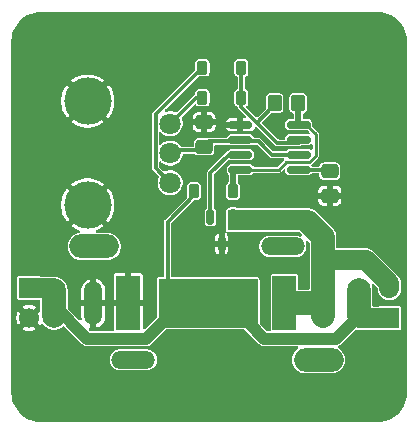
<source format=gbr>
%TF.GenerationSoftware,KiCad,Pcbnew,9.0.3*%
%TF.CreationDate,2025-07-15T20:34:28+12:00*%
%TF.ProjectId,LED_Dimmer,4c45445f-4469-46d6-9d65-722e6b696361,rev?*%
%TF.SameCoordinates,Original*%
%TF.FileFunction,Copper,L1,Top*%
%TF.FilePolarity,Positive*%
%FSLAX46Y46*%
G04 Gerber Fmt 4.6, Leading zero omitted, Abs format (unit mm)*
G04 Created by KiCad (PCBNEW 9.0.3) date 2025-07-15 20:34:28*
%MOMM*%
%LPD*%
G01*
G04 APERTURE LIST*
G04 Aperture macros list*
%AMRoundRect*
0 Rectangle with rounded corners*
0 $1 Rounding radius*
0 $2 $3 $4 $5 $6 $7 $8 $9 X,Y pos of 4 corners*
0 Add a 4 corners polygon primitive as box body*
4,1,4,$2,$3,$4,$5,$6,$7,$8,$9,$2,$3,0*
0 Add four circle primitives for the rounded corners*
1,1,$1+$1,$2,$3*
1,1,$1+$1,$4,$5*
1,1,$1+$1,$6,$7*
1,1,$1+$1,$8,$9*
0 Add four rect primitives between the rounded corners*
20,1,$1+$1,$2,$3,$4,$5,0*
20,1,$1+$1,$4,$5,$6,$7,0*
20,1,$1+$1,$6,$7,$8,$9,0*
20,1,$1+$1,$8,$9,$2,$3,0*%
G04 Aperture macros list end*
%TA.AperFunction,SMDPad,CuDef*%
%ADD10RoundRect,0.250000X0.475000X-0.337500X0.475000X0.337500X-0.475000X0.337500X-0.475000X-0.337500X0*%
%TD*%
%TA.AperFunction,ComponentPad*%
%ADD11R,1.700000X1.700000*%
%TD*%
%TA.AperFunction,ComponentPad*%
%ADD12C,1.700000*%
%TD*%
%TA.AperFunction,SMDPad,CuDef*%
%ADD13RoundRect,0.150000X-0.150000X0.512500X-0.150000X-0.512500X0.150000X-0.512500X0.150000X0.512500X0*%
%TD*%
%TA.AperFunction,SMDPad,CuDef*%
%ADD14RoundRect,0.150000X-0.825000X-0.150000X0.825000X-0.150000X0.825000X0.150000X-0.825000X0.150000X0*%
%TD*%
%TA.AperFunction,ComponentPad*%
%ADD15C,4.400000*%
%TD*%
%TA.AperFunction,ComponentPad*%
%ADD16R,1.500000X4.100000*%
%TD*%
%TA.AperFunction,ComponentPad*%
%ADD17O,1.500000X3.700000*%
%TD*%
%TA.AperFunction,ComponentPad*%
%ADD18O,3.700000X1.500000*%
%TD*%
%TA.AperFunction,SMDPad,CuDef*%
%ADD19RoundRect,0.250000X0.350000X0.450000X-0.350000X0.450000X-0.350000X-0.450000X0.350000X-0.450000X0*%
%TD*%
%TA.AperFunction,SMDPad,CuDef*%
%ADD20RoundRect,0.225000X0.225000X0.375000X-0.225000X0.375000X-0.225000X-0.375000X0.225000X-0.375000X0*%
%TD*%
%TA.AperFunction,ComponentPad*%
%ADD21C,1.800000*%
%TD*%
%TA.AperFunction,ComponentPad*%
%ADD22C,4.000000*%
%TD*%
%TA.AperFunction,SMDPad,CuDef*%
%ADD23RoundRect,0.225000X-0.225000X-0.375000X0.225000X-0.375000X0.225000X0.375000X-0.225000X0.375000X0*%
%TD*%
%TA.AperFunction,ComponentPad*%
%ADD24R,2.000000X4.600000*%
%TD*%
%TA.AperFunction,ComponentPad*%
%ADD25O,2.000000X4.200000*%
%TD*%
%TA.AperFunction,ComponentPad*%
%ADD26O,4.200000X2.000000*%
%TD*%
%TA.AperFunction,ViaPad*%
%ADD27C,0.600000*%
%TD*%
%TA.AperFunction,Conductor*%
%ADD28C,0.300000*%
%TD*%
%TA.AperFunction,Conductor*%
%ADD29C,0.304800*%
%TD*%
%TA.AperFunction,Conductor*%
%ADD30C,1.000000*%
%TD*%
%TA.AperFunction,Conductor*%
%ADD31C,1.700000*%
%TD*%
%TA.AperFunction,Conductor*%
%ADD32C,2.000000*%
%TD*%
%TA.AperFunction,Conductor*%
%ADD33C,0.254000*%
%TD*%
%TA.AperFunction,Conductor*%
%ADD34C,0.508000*%
%TD*%
G04 APERTURE END LIST*
D10*
%TO.P,C2,1*%
%TO.N,/THRESH*%
X101804915Y-35175191D03*
%TO.P,C2,2*%
%TO.N,GND*%
X101804915Y-33100191D03*
%TD*%
D11*
%TO.P,J2,1,Pin_1*%
%TO.N,12V*%
X117500001Y-49698109D03*
D12*
%TO.P,J2,2,Pin_2*%
%TO.N,/SwitchGND*%
X117500001Y-47158109D03*
%TD*%
D13*
%TO.P,Q1,1,D*%
%TO.N,/SwitchGND*%
X104237998Y-41111443D03*
%TO.P,Q1,2,G*%
%TO.N,/PWM*%
X102337998Y-41111441D03*
%TO.P,Q1,3,S*%
%TO.N,GND*%
X103288000Y-43386442D03*
%TD*%
D14*
%TO.P,U1,1,GND*%
%TO.N,GND*%
X104873914Y-33306565D03*
%TO.P,U1,2,TR*%
%TO.N,/THRESH*%
X104873913Y-34576567D03*
%TO.P,U1,3,Q*%
%TO.N,/PWM*%
X104873909Y-35846573D03*
%TO.P,U1,4,R*%
%TO.N,12V_RPP*%
X104873916Y-37116568D03*
%TO.P,U1,5,CV*%
%TO.N,Net-(U1-CV)*%
X109823912Y-37116569D03*
%TO.P,U1,6,THR*%
%TO.N,/THRESH*%
X109823913Y-35846567D03*
%TO.P,U1,7,DIS*%
%TO.N,/DISCH*%
X109823917Y-34576561D03*
%TO.P,U1,8,VCC*%
%TO.N,12V_RPP*%
X109823910Y-33306566D03*
%TD*%
D15*
%TO.P,MH2,1,1*%
%TO.N,GND*%
X116500000Y-26247798D03*
%TD*%
D11*
%TO.P,J1,1,Pin_1*%
%TO.N,12V*%
X87000000Y-47148110D03*
D12*
%TO.P,J1,2,Pin_2*%
%TO.N,GND*%
X87000000Y-49688110D03*
%TD*%
D15*
%TO.P,MH3,1,1*%
%TO.N,GND*%
X88000000Y-26247798D03*
%TD*%
%TO.P,MH1,1,1*%
%TO.N,GND*%
X88000000Y-55997798D03*
%TD*%
%TO.P,MH4,1,1*%
%TO.N,GND*%
X116500000Y-55997798D03*
%TD*%
D16*
%TO.P,J_PS1,1*%
%TO.N,12V*%
X98716000Y-48423110D03*
D17*
%TO.P,J_PS1,2*%
%TO.N,GND*%
X92415999Y-48423109D03*
D18*
%TO.P,J_PS1,3*%
%TO.N,unconnected-(J_PS1-Pad3)*%
X95816000Y-53223110D03*
%TD*%
D10*
%TO.P,C1,1*%
%TO.N,GND*%
X112443516Y-39325000D03*
%TO.P,C1,2*%
%TO.N,Net-(U1-CV)*%
X112443516Y-37250000D03*
%TD*%
D19*
%TO.P,R1,1*%
%TO.N,12V_RPP*%
X109778396Y-31500000D03*
%TO.P,R1,2*%
%TO.N,/DISCH*%
X107778396Y-31500000D03*
%TD*%
D16*
%TO.P,J_LED1,1*%
%TO.N,12V*%
X105574001Y-48423109D03*
D17*
%TO.P,J_LED1,2*%
%TO.N,/SwitchGND*%
X111874002Y-48423110D03*
D18*
%TO.P,J_LED1,3*%
%TO.N,unconnected-(J_LED1-Pad3)*%
X108474001Y-43623109D03*
%TD*%
D20*
%TO.P,D2,1,K*%
%TO.N,/DISCH*%
X104967401Y-28480607D03*
%TO.P,D2,2,A*%
%TO.N,Net-(D2-A)*%
X101667397Y-28480613D03*
%TD*%
%TO.P,D3,1,K*%
%TO.N,12V_RPP*%
X104266589Y-38915628D03*
%TO.P,D3,2,A*%
%TO.N,12V*%
X100966587Y-38915634D03*
%TD*%
D21*
%TO.P,PT1,1,1*%
%TO.N,Net-(D1-K)*%
X98953402Y-33219612D03*
%TO.P,PT1,2,2*%
%TO.N,/THRESH*%
X98953402Y-35719612D03*
%TO.P,PT1,3,3*%
%TO.N,Net-(D2-A)*%
X98953402Y-38219612D03*
D22*
%TO.P,PT1,MP,MountPin*%
%TO.N,GND*%
X91953407Y-40119610D03*
X91953401Y-31319612D03*
%TD*%
D23*
%TO.P,D1,1,K*%
%TO.N,Net-(D1-K)*%
X101667393Y-31020613D03*
%TO.P,D1,2,A*%
%TO.N,/DISCH*%
X104967397Y-31020607D03*
%TD*%
D24*
%TO.P,J_PS2,1*%
%TO.N,GND*%
X95400000Y-48423110D03*
D25*
%TO.P,J_PS2,2*%
%TO.N,12V*%
X89099999Y-48423109D03*
D26*
%TO.P,J_PS2,3*%
%TO.N,unconnected-(J_PS2-Pad3)*%
X92500000Y-43623111D03*
%TD*%
D24*
%TO.P,J_LED2,1*%
%TO.N,/SwitchGND*%
X108600000Y-48423109D03*
D25*
%TO.P,J_LED2,2*%
%TO.N,12V*%
X114900001Y-48423110D03*
D26*
%TO.P,J_LED2,3*%
%TO.N,unconnected-(J_LED2-Pad3)*%
X111500000Y-53223108D03*
%TD*%
D27*
%TO.N,GND*%
X92408086Y-45596315D03*
X87000000Y-42000000D03*
X90000000Y-45000000D03*
X108000000Y-27000000D03*
X99000000Y-27000000D03*
X105000000Y-57000000D03*
X111000000Y-27000000D03*
X103191248Y-33096547D03*
X87000000Y-51000000D03*
X104750000Y-43417833D03*
X114000000Y-39000000D03*
X117000000Y-42000000D03*
X96000000Y-45000000D03*
X99000000Y-57000000D03*
X96000000Y-27000000D03*
X114000000Y-42000000D03*
X93000000Y-27000000D03*
X87000000Y-36000000D03*
X117000000Y-33000000D03*
X102000000Y-43381791D03*
X87000000Y-30000000D03*
X102000000Y-51000000D03*
X102000000Y-27000000D03*
X93000000Y-36000000D03*
X104865307Y-32567641D03*
X96000000Y-57000000D03*
X114000000Y-57000000D03*
X111000000Y-39000000D03*
X93000000Y-57000000D03*
X114000000Y-33000000D03*
X114000000Y-36000000D03*
X90659826Y-48407694D03*
X105000000Y-54000000D03*
X108000000Y-57000000D03*
X90000000Y-54000000D03*
X99000000Y-30000000D03*
X105000000Y-27000000D03*
X87000000Y-33000000D03*
X87000000Y-45000000D03*
X90000000Y-36000000D03*
X99000000Y-54000000D03*
X102000000Y-54000000D03*
X103287999Y-44667833D03*
X93000000Y-54000000D03*
X87000000Y-39000000D03*
X96000000Y-36000000D03*
X117000000Y-30000000D03*
X102000000Y-44667833D03*
X108000000Y-30000000D03*
X111000000Y-57000000D03*
X114000000Y-30000000D03*
X111000000Y-30000000D03*
X117000000Y-39000000D03*
X108000000Y-54000000D03*
X96000000Y-30000000D03*
X96000000Y-33000000D03*
X104750000Y-44667833D03*
X114000000Y-54000000D03*
X108000000Y-39000000D03*
X100279841Y-34256258D03*
X117000000Y-36000000D03*
X96000000Y-42000000D03*
X90000000Y-51000000D03*
X96000000Y-39000000D03*
X102000000Y-57000000D03*
X112443516Y-40500000D03*
%TD*%
D28*
%TO.N,Net-(U1-CV)*%
X112254624Y-37402800D02*
X112443516Y-37591692D01*
X109823912Y-37250000D02*
X109936544Y-37137368D01*
X112141992Y-37137368D02*
X112254624Y-37250000D01*
X109936544Y-37137368D02*
X112141992Y-37137368D01*
D29*
%TO.N,Net-(D1-K)*%
X98953402Y-33219612D02*
X101152395Y-31020615D01*
X101152395Y-31020615D02*
X101667398Y-31020613D01*
%TO.N,Net-(D2-A)*%
X98953399Y-38219610D02*
X97699999Y-36966211D01*
X97700000Y-32448010D02*
X101667396Y-28480614D01*
X97699999Y-36966211D02*
X97700000Y-32448010D01*
D30*
%TO.N,12V*%
X105574001Y-50099110D02*
X105574001Y-48423109D01*
X98716000Y-47123110D02*
X98716000Y-48423110D01*
X96924688Y-51424110D02*
X98716000Y-49632798D01*
X98716000Y-49632798D02*
X98716000Y-48423110D01*
X112999002Y-51424109D02*
X106899000Y-51424109D01*
D29*
X98716000Y-48423110D02*
X98716000Y-41531798D01*
D30*
X106899000Y-51424109D02*
X105574001Y-50099110D01*
X114900001Y-48423110D02*
X114900001Y-49523110D01*
D31*
X115000000Y-49698109D02*
X115000000Y-49247798D01*
D30*
X89099999Y-48423109D02*
X89099999Y-48612686D01*
D29*
X98716000Y-41531798D02*
X100966587Y-39281211D01*
D30*
X89099999Y-48612686D02*
X91911423Y-51424110D01*
X114900001Y-49523110D02*
X112999002Y-51424109D01*
X91911423Y-51424110D02*
X96924688Y-51424110D01*
D29*
X100966587Y-39281211D02*
X100966587Y-39247801D01*
D31*
X87000000Y-47148110D02*
X88900312Y-47148110D01*
X88900312Y-47148110D02*
X89000000Y-47247798D01*
X117500001Y-49698109D02*
X115000000Y-49698109D01*
D29*
%TO.N,/PWM*%
X104873909Y-35846573D02*
X103901225Y-35846573D01*
X102337998Y-37409800D02*
X102337998Y-41443608D01*
X103901225Y-35846573D02*
X102337998Y-37409800D01*
%TO.N,/THRESH*%
X99250000Y-35497798D02*
X99000000Y-35747798D01*
X106907393Y-35175191D02*
X106458876Y-34726674D01*
D28*
X109823913Y-35846567D02*
X107578769Y-35846567D01*
D29*
X101482308Y-35497798D02*
X99250000Y-35497798D01*
D28*
X107578769Y-35846567D02*
X106907393Y-35175191D01*
D29*
X101804915Y-35175191D02*
X101482308Y-35497798D01*
X99000000Y-35747798D02*
X98981588Y-35747798D01*
X102253432Y-34726674D02*
X101804915Y-35175191D01*
X98981588Y-35747798D02*
X98953402Y-35719612D01*
X106458876Y-34726674D02*
X102253432Y-34726674D01*
%TO.N,/DISCH*%
X107508398Y-31909611D02*
X106287899Y-33130109D01*
X108020582Y-34862792D02*
X109823917Y-34862792D01*
X106287899Y-33130109D02*
X108020582Y-34862792D01*
X104967400Y-31809607D02*
X106287899Y-33130109D01*
X104967399Y-28480607D02*
X104967400Y-31809607D01*
X107778399Y-31909612D02*
X107508398Y-31909611D01*
D31*
%TO.N,/SwitchGND*%
X111735000Y-46982798D02*
X112000000Y-47247798D01*
D32*
X111874002Y-48423110D02*
X108600000Y-48423109D01*
X111874002Y-44747798D02*
X111874002Y-42810426D01*
D31*
X116500000Y-45747798D02*
X115500000Y-44747798D01*
D32*
X111874002Y-49534282D02*
X111874002Y-44747798D01*
X111874002Y-42810426D02*
X110587797Y-41524221D01*
D31*
X115500000Y-44747798D02*
X111874002Y-44747798D01*
X117500001Y-46747799D02*
X116500000Y-45747798D01*
D32*
X110587797Y-41524221D02*
X110572750Y-41524221D01*
X111867629Y-49540655D02*
X111874002Y-49534282D01*
D31*
X117500001Y-47158109D02*
X117500001Y-46747799D01*
D33*
%TO.N,12V_RPP*%
X108755202Y-36499000D02*
X110723394Y-36499000D01*
X111250000Y-34081494D02*
X110475072Y-33306566D01*
X110723394Y-36499000D02*
X111250000Y-35972394D01*
D34*
X109778396Y-33261052D02*
X109823910Y-33306566D01*
D29*
X109812393Y-31943606D02*
X109778396Y-31909610D01*
D34*
X109778396Y-31909612D02*
X109778396Y-33261052D01*
X104383432Y-37116568D02*
X104873916Y-37116568D01*
X104266589Y-37233411D02*
X104383432Y-37116568D01*
D33*
X111250000Y-35972394D02*
X111250000Y-34081494D01*
X110475072Y-33306566D02*
X109823910Y-33306566D01*
D34*
X104266589Y-39247795D02*
X104266589Y-37233411D01*
D33*
X105160147Y-37116568D02*
X108137634Y-37116568D01*
X108137634Y-37116568D02*
X108755202Y-36499000D01*
%TD*%
%TA.AperFunction,Conductor*%
%TO.N,/SwitchGND*%
G36*
X110515360Y-40550428D02*
G01*
X110561331Y-40603044D01*
X110572749Y-40655017D01*
X110572749Y-42141799D01*
X110553064Y-42208838D01*
X110500260Y-42254593D01*
X110448749Y-42265799D01*
X103920000Y-42265799D01*
X103852961Y-42246114D01*
X103807206Y-42193310D01*
X103796000Y-42141799D01*
X103796000Y-40681774D01*
X103815685Y-40614735D01*
X103868489Y-40568980D01*
X103919487Y-40557775D01*
X110448241Y-40531018D01*
X110515360Y-40550428D01*
G37*
%TD.AperFunction*%
%TD*%
%TA.AperFunction,Conductor*%
%TO.N,12V*%
G36*
X106297881Y-46367114D02*
G01*
X106343852Y-46419730D01*
X106355270Y-46471703D01*
X106355270Y-50367417D01*
X106335585Y-50434456D01*
X106282781Y-50480211D01*
X106231270Y-50491417D01*
X98082969Y-50491417D01*
X98015930Y-50471732D01*
X97970175Y-50418928D01*
X97958969Y-50367417D01*
X97958969Y-46505097D01*
X97978654Y-46438058D01*
X98031458Y-46392303D01*
X98082456Y-46381098D01*
X106230762Y-46347704D01*
X106297881Y-46367114D01*
G37*
%TD.AperFunction*%
%TD*%
%TA.AperFunction,Conductor*%
%TO.N,GND*%
G36*
X116425920Y-23750448D02*
G01*
X116426053Y-23749439D01*
X116434107Y-23750499D01*
X116434109Y-23750500D01*
X116496250Y-23750500D01*
X116503737Y-23750726D01*
X116793797Y-23768271D01*
X116808660Y-23770076D01*
X117090798Y-23821780D01*
X117105335Y-23825363D01*
X117379183Y-23910698D01*
X117393164Y-23916000D01*
X117654735Y-24033724D01*
X117667989Y-24040680D01*
X117913465Y-24189075D01*
X117925776Y-24197573D01*
X118151572Y-24374473D01*
X118151573Y-24374474D01*
X118162781Y-24384404D01*
X118365596Y-24587218D01*
X118375526Y-24598426D01*
X118495481Y-24751538D01*
X118552422Y-24824217D01*
X118560928Y-24836541D01*
X118709319Y-25082012D01*
X118716277Y-25095269D01*
X118833994Y-25356823D01*
X118839304Y-25370825D01*
X118924635Y-25644664D01*
X118928219Y-25659202D01*
X118979923Y-25941340D01*
X118981728Y-25956205D01*
X118999274Y-26246263D01*
X118999500Y-26253750D01*
X118999500Y-55996249D01*
X118999274Y-56003736D01*
X118981728Y-56293794D01*
X118979923Y-56308659D01*
X118928219Y-56590798D01*
X118924635Y-56605336D01*
X118839306Y-56879167D01*
X118833997Y-56893168D01*
X118716275Y-57154736D01*
X118709316Y-57167995D01*
X118560928Y-57413459D01*
X118552422Y-57425782D01*
X118375526Y-57651573D01*
X118365596Y-57662781D01*
X118162781Y-57865596D01*
X118151573Y-57875526D01*
X117925782Y-58052422D01*
X117913459Y-58060928D01*
X117667995Y-58209316D01*
X117654736Y-58216275D01*
X117393168Y-58333997D01*
X117379167Y-58339306D01*
X117105336Y-58424635D01*
X117090798Y-58428219D01*
X116808659Y-58479923D01*
X116793794Y-58481728D01*
X116538939Y-58497144D01*
X116531461Y-58497370D01*
X88003756Y-58499499D01*
X87996260Y-58499273D01*
X87706205Y-58481728D01*
X87691340Y-58479923D01*
X87409201Y-58428219D01*
X87394663Y-58424635D01*
X87120832Y-58339306D01*
X87106831Y-58333997D01*
X86845263Y-58216275D01*
X86832004Y-58209316D01*
X86586540Y-58060928D01*
X86574217Y-58052422D01*
X86348426Y-57875526D01*
X86337218Y-57865596D01*
X86134403Y-57662781D01*
X86124473Y-57651573D01*
X85947573Y-57425776D01*
X85939075Y-57413465D01*
X85790680Y-57167989D01*
X85783727Y-57154743D01*
X85666000Y-56893163D01*
X85660693Y-56879167D01*
X85575364Y-56605336D01*
X85571780Y-56590798D01*
X85520076Y-56308659D01*
X85518271Y-56293794D01*
X85500726Y-56003736D01*
X85500500Y-55996249D01*
X85500500Y-53134414D01*
X93815500Y-53134414D01*
X93815500Y-53311805D01*
X93850103Y-53485768D01*
X93850106Y-53485777D01*
X93917983Y-53649650D01*
X93917990Y-53649663D01*
X94016535Y-53797144D01*
X94016538Y-53797148D01*
X94141961Y-53922571D01*
X94141965Y-53922574D01*
X94289446Y-54021119D01*
X94289459Y-54021126D01*
X94412363Y-54072033D01*
X94453334Y-54089004D01*
X94453336Y-54089004D01*
X94453341Y-54089006D01*
X94627304Y-54123609D01*
X94627307Y-54123610D01*
X94627309Y-54123610D01*
X97004693Y-54123610D01*
X97004694Y-54123609D01*
X97062682Y-54112074D01*
X97178658Y-54089006D01*
X97178661Y-54089004D01*
X97178666Y-54089004D01*
X97342547Y-54021123D01*
X97490035Y-53922574D01*
X97615464Y-53797145D01*
X97714013Y-53649657D01*
X97781894Y-53485776D01*
X97816500Y-53311801D01*
X97816500Y-53134419D01*
X97816500Y-53134416D01*
X97816499Y-53134414D01*
X97781896Y-52960451D01*
X97781893Y-52960442D01*
X97714016Y-52796569D01*
X97714009Y-52796556D01*
X97615464Y-52649075D01*
X97615461Y-52649071D01*
X97490038Y-52523648D01*
X97490034Y-52523645D01*
X97342553Y-52425100D01*
X97342540Y-52425093D01*
X97178667Y-52357216D01*
X97178658Y-52357213D01*
X97004694Y-52322610D01*
X97004691Y-52322610D01*
X94627309Y-52322610D01*
X94627306Y-52322610D01*
X94453341Y-52357213D01*
X94453332Y-52357216D01*
X94289459Y-52425093D01*
X94289446Y-52425100D01*
X94141965Y-52523645D01*
X94141961Y-52523648D01*
X94016538Y-52649071D01*
X94016535Y-52649075D01*
X93917990Y-52796556D01*
X93917983Y-52796569D01*
X93850106Y-52960442D01*
X93850103Y-52960451D01*
X93815500Y-53134414D01*
X85500500Y-53134414D01*
X85500500Y-49601538D01*
X85900000Y-49601538D01*
X85900000Y-49774681D01*
X85927085Y-49945694D01*
X85980592Y-50110369D01*
X86059196Y-50264635D01*
X86063709Y-50270846D01*
X86063709Y-50270847D01*
X86517037Y-49817519D01*
X86534075Y-49881103D01*
X86599901Y-49995117D01*
X86692993Y-50088209D01*
X86807007Y-50154035D01*
X86870589Y-50171072D01*
X86417261Y-50624399D01*
X86417262Y-50624400D01*
X86423471Y-50628911D01*
X86577742Y-50707518D01*
X86742415Y-50761024D01*
X86913429Y-50788110D01*
X87086571Y-50788110D01*
X87257584Y-50761024D01*
X87422257Y-50707518D01*
X87576525Y-50628913D01*
X87582736Y-50624399D01*
X87582737Y-50624399D01*
X87129410Y-50171072D01*
X87192993Y-50154035D01*
X87307007Y-50088209D01*
X87400099Y-49995117D01*
X87465925Y-49881103D01*
X87482962Y-49817519D01*
X87936289Y-50270846D01*
X87940803Y-50264635D01*
X87962646Y-50221766D01*
X88010620Y-50170969D01*
X88078441Y-50154173D01*
X88144576Y-50176709D01*
X88173450Y-50205174D01*
X88222440Y-50272603D01*
X88222444Y-50272608D01*
X88350499Y-50400663D01*
X88350504Y-50400667D01*
X88466137Y-50484678D01*
X88497005Y-50507105D01*
X88602483Y-50560849D01*
X88658359Y-50589320D01*
X88658362Y-50589321D01*
X88712254Y-50606831D01*
X88830590Y-50645280D01*
X88913428Y-50658400D01*
X89009448Y-50673609D01*
X89009453Y-50673609D01*
X89190550Y-50673609D01*
X89283875Y-50658827D01*
X89369408Y-50645280D01*
X89541638Y-50589320D01*
X89702993Y-50507105D01*
X89849500Y-50400662D01*
X89849503Y-50400658D01*
X89851310Y-50399346D01*
X89917117Y-50375866D01*
X89985171Y-50391691D01*
X90011877Y-50411983D01*
X91424011Y-51824117D01*
X91424012Y-51824118D01*
X91511414Y-51911520D01*
X91511417Y-51911523D01*
X91511420Y-51911524D01*
X91614190Y-51980193D01*
X91647638Y-51994047D01*
X91728388Y-52027496D01*
X91849610Y-52051608D01*
X91849615Y-52051609D01*
X91849619Y-52051610D01*
X91849620Y-52051610D01*
X96986492Y-52051610D01*
X96986493Y-52051609D01*
X97107723Y-52027496D01*
X97188472Y-51994047D01*
X97221921Y-51980193D01*
X97324696Y-51911521D01*
X97412099Y-51824118D01*
X97412100Y-51824117D01*
X98552981Y-50683236D01*
X98614304Y-50649751D01*
X98640662Y-50646917D01*
X105183027Y-50646917D01*
X105250066Y-50666602D01*
X105270708Y-50683236D01*
X106411589Y-51824117D01*
X106498992Y-51911520D01*
X106498994Y-51911522D01*
X106498996Y-51911523D01*
X106601756Y-51980185D01*
X106601758Y-51980186D01*
X106601767Y-51980192D01*
X106626772Y-51990549D01*
X106649071Y-51999786D01*
X106685000Y-52014668D01*
X106715966Y-52027495D01*
X106812900Y-52046776D01*
X106837192Y-52051608D01*
X106837196Y-52051609D01*
X109673448Y-52051609D01*
X109740487Y-52071294D01*
X109786242Y-52124098D01*
X109796186Y-52193256D01*
X109767161Y-52256812D01*
X109746333Y-52275927D01*
X109650505Y-52345549D01*
X109650500Y-52345553D01*
X109522445Y-52473608D01*
X109522441Y-52473613D01*
X109416006Y-52620110D01*
X109333788Y-52781468D01*
X109333787Y-52781471D01*
X109277829Y-52953697D01*
X109249500Y-53132556D01*
X109249500Y-53313659D01*
X109277829Y-53492518D01*
X109333787Y-53664744D01*
X109333788Y-53664747D01*
X109416006Y-53826105D01*
X109522441Y-53972602D01*
X109522445Y-53972607D01*
X109650500Y-54100662D01*
X109650505Y-54100666D01*
X109778287Y-54193504D01*
X109797006Y-54207104D01*
X109902484Y-54260848D01*
X109958360Y-54289319D01*
X109958363Y-54289320D01*
X110044476Y-54317299D01*
X110130591Y-54345279D01*
X110213429Y-54358399D01*
X110309449Y-54373608D01*
X110309454Y-54373608D01*
X112690551Y-54373608D01*
X112777259Y-54359873D01*
X112869409Y-54345279D01*
X113041639Y-54289319D01*
X113202994Y-54207104D01*
X113349501Y-54100661D01*
X113477553Y-53972609D01*
X113583996Y-53826102D01*
X113666211Y-53664747D01*
X113722171Y-53492517D01*
X113736765Y-53400367D01*
X113750500Y-53313659D01*
X113750500Y-53132556D01*
X113723239Y-52960444D01*
X113722171Y-52953699D01*
X113671117Y-52796569D01*
X113666212Y-52781471D01*
X113666211Y-52781468D01*
X113598750Y-52649071D01*
X113583996Y-52620114D01*
X113513910Y-52523648D01*
X113477558Y-52473613D01*
X113477554Y-52473608D01*
X113349499Y-52345553D01*
X113349494Y-52345549D01*
X113202993Y-52239111D01*
X113198842Y-52236567D01*
X113199573Y-52235373D01*
X113191517Y-52227764D01*
X113175970Y-52219982D01*
X113166648Y-52204273D01*
X113153367Y-52191727D01*
X113149188Y-52174846D01*
X113140316Y-52159894D01*
X113140967Y-52141638D01*
X113136577Y-52123904D01*
X113142187Y-52107446D01*
X113142807Y-52090069D01*
X113153225Y-52075062D01*
X113159120Y-52057771D01*
X113172864Y-52046776D01*
X113182654Y-52032676D01*
X113213003Y-52014668D01*
X113213003Y-52014667D01*
X113262786Y-51994046D01*
X113296235Y-51980192D01*
X113399010Y-51911520D01*
X113486413Y-51824117D01*
X114615836Y-50694692D01*
X114616625Y-50694261D01*
X114617070Y-50693474D01*
X114647265Y-50677530D01*
X114677157Y-50661209D01*
X114678321Y-50661133D01*
X114678857Y-50660851D01*
X114684639Y-50660726D01*
X114714093Y-50658827D01*
X114718505Y-50659204D01*
X114809455Y-50673610D01*
X114886761Y-50673610D01*
X114892040Y-50674062D01*
X114894070Y-50674852D01*
X114897643Y-50675203D01*
X114897662Y-50675012D01*
X114903724Y-50675609D01*
X114903725Y-50675609D01*
X116532313Y-50675609D01*
X116578370Y-50689133D01*
X116579999Y-50685203D01*
X116591276Y-50689874D01*
X116591279Y-50689876D01*
X116591282Y-50689876D01*
X116591283Y-50689877D01*
X116635178Y-50698609D01*
X116635181Y-50698609D01*
X118364823Y-50698609D01*
X118408718Y-50689877D01*
X118408718Y-50689876D01*
X118408723Y-50689876D01*
X118458505Y-50656613D01*
X118491768Y-50606831D01*
X118500501Y-50562929D01*
X118500501Y-48833289D01*
X118500501Y-48833286D01*
X118491769Y-48789391D01*
X118491768Y-48789390D01*
X118491768Y-48789387D01*
X118458505Y-48739605D01*
X118458504Y-48739604D01*
X118408725Y-48706343D01*
X118408718Y-48706340D01*
X118364823Y-48697609D01*
X118364821Y-48697609D01*
X116635181Y-48697609D01*
X116635179Y-48697609D01*
X116591283Y-48706340D01*
X116579999Y-48711015D01*
X116578284Y-48706876D01*
X116534645Y-48720587D01*
X116532313Y-48720609D01*
X116174501Y-48720609D01*
X116107462Y-48700924D01*
X116061707Y-48648120D01*
X116050501Y-48596609D01*
X116050501Y-47232558D01*
X116022172Y-47053700D01*
X116002178Y-46992167D01*
X115988612Y-46950415D01*
X115986618Y-46880575D01*
X116022698Y-46820742D01*
X116085399Y-46789914D01*
X116154814Y-46797879D01*
X116194225Y-46824417D01*
X116463182Y-47093374D01*
X116496667Y-47154697D01*
X116499501Y-47181055D01*
X116499501Y-47256650D01*
X116499501Y-47256652D01*
X116499500Y-47256652D01*
X116537948Y-47449938D01*
X116537951Y-47449948D01*
X116613365Y-47632016D01*
X116613372Y-47632029D01*
X116722861Y-47795890D01*
X116722864Y-47795894D01*
X116862215Y-47935245D01*
X116862219Y-47935248D01*
X117026080Y-48044737D01*
X117026093Y-48044744D01*
X117208161Y-48120158D01*
X117208166Y-48120160D01*
X117208170Y-48120160D01*
X117208171Y-48120161D01*
X117401457Y-48158609D01*
X117401460Y-48158609D01*
X117598544Y-48158609D01*
X117764437Y-48125610D01*
X117791836Y-48120160D01*
X117973915Y-48044741D01*
X118137783Y-47935248D01*
X118277140Y-47795891D01*
X118386633Y-47632023D01*
X118462052Y-47449944D01*
X118474633Y-47386691D01*
X118500501Y-47256652D01*
X118500501Y-47059565D01*
X118479884Y-46955920D01*
X118477501Y-46931728D01*
X118477501Y-46651522D01*
X118477500Y-46651520D01*
X118462004Y-46573615D01*
X118455350Y-46540159D01*
X118439937Y-46462672D01*
X118429857Y-46438337D01*
X118366253Y-46284782D01*
X118366252Y-46284781D01*
X118366251Y-46284778D01*
X118259275Y-46124679D01*
X118259272Y-46124675D01*
X117123120Y-44988524D01*
X116123123Y-43988526D01*
X116123119Y-43988523D01*
X116036174Y-43930428D01*
X115963021Y-43881548D01*
X115963018Y-43881546D01*
X115963017Y-43881546D01*
X115963016Y-43881545D01*
X115785133Y-43807864D01*
X115785129Y-43807862D01*
X115785127Y-43807862D01*
X115785123Y-43807861D01*
X115785119Y-43807860D01*
X115596279Y-43770298D01*
X115596275Y-43770298D01*
X113125502Y-43770298D01*
X113058463Y-43750613D01*
X113012708Y-43697809D01*
X113001502Y-43646298D01*
X113001502Y-42721690D01*
X112973739Y-42546403D01*
X112949763Y-42472611D01*
X112939487Y-42440984D01*
X112918900Y-42377622D01*
X112918898Y-42377616D01*
X112890995Y-42322856D01*
X112838326Y-42219487D01*
X112824998Y-42201142D01*
X112734016Y-42075915D01*
X112734012Y-42075910D01*
X111322312Y-40664210D01*
X111322307Y-40664206D01*
X111178739Y-40559899D01*
X111178738Y-40559898D01*
X111178736Y-40559897D01*
X111065488Y-40502194D01*
X111020604Y-40479324D01*
X110851823Y-40424484D01*
X110693630Y-40399429D01*
X110676533Y-40396721D01*
X110676532Y-40396721D01*
X110561162Y-40396721D01*
X110526715Y-40391840D01*
X110491440Y-40381639D01*
X110491437Y-40381638D01*
X110491435Y-40381638D01*
X110447604Y-40375519D01*
X110447603Y-40375519D01*
X104665114Y-40399217D01*
X104597995Y-40379807D01*
X104576925Y-40362899D01*
X104560763Y-40346737D01*
X104457990Y-40301358D01*
X104432863Y-40298443D01*
X104043141Y-40298443D01*
X104043115Y-40298445D01*
X104018010Y-40301356D01*
X104018006Y-40301358D01*
X103915232Y-40346736D01*
X103868846Y-40393122D01*
X103836786Y-40416266D01*
X103766659Y-40451460D01*
X103713856Y-40497214D01*
X103708376Y-40502196D01*
X103666486Y-40570919D01*
X103666483Y-40570925D01*
X103646799Y-40637961D01*
X103646797Y-40637971D01*
X103640500Y-40681770D01*
X103640500Y-42141807D01*
X103644054Y-42174854D01*
X103655260Y-42226365D01*
X103689685Y-42295138D01*
X103691865Y-42298401D01*
X103692777Y-42301315D01*
X103693159Y-42302078D01*
X103693035Y-42302139D01*
X103712739Y-42365080D01*
X103694251Y-42432459D01*
X103642270Y-42479147D01*
X103573300Y-42490320D01*
X103569362Y-42489760D01*
X103538000Y-42484792D01*
X103538000Y-43136442D01*
X103837999Y-43136442D01*
X103837999Y-42842462D01*
X103823164Y-42748792D01*
X103823162Y-42748786D01*
X103765643Y-42635900D01*
X103765636Y-42635891D01*
X103750501Y-42620756D01*
X103717016Y-42559433D01*
X103722000Y-42489741D01*
X103763872Y-42433808D01*
X103829336Y-42409391D01*
X103873119Y-42414098D01*
X103876189Y-42415000D01*
X103920000Y-42421299D01*
X109838987Y-42421299D01*
X109906026Y-42440984D01*
X109926668Y-42457618D01*
X110060949Y-42591899D01*
X110094434Y-42653222D01*
X110089450Y-42722914D01*
X110047578Y-42778847D01*
X109982114Y-42803264D01*
X109925816Y-42794141D01*
X109836668Y-42757215D01*
X109836659Y-42757212D01*
X109662695Y-42722609D01*
X109662692Y-42722609D01*
X107285310Y-42722609D01*
X107285307Y-42722609D01*
X107111342Y-42757212D01*
X107111333Y-42757215D01*
X106947460Y-42825092D01*
X106947447Y-42825099D01*
X106799966Y-42923644D01*
X106799962Y-42923647D01*
X106674539Y-43049070D01*
X106674536Y-43049074D01*
X106575991Y-43196555D01*
X106575984Y-43196568D01*
X106508107Y-43360441D01*
X106508104Y-43360450D01*
X106473501Y-43534413D01*
X106473501Y-43711804D01*
X106508104Y-43885767D01*
X106508107Y-43885776D01*
X106575984Y-44049649D01*
X106575991Y-44049662D01*
X106674536Y-44197143D01*
X106674539Y-44197147D01*
X106799962Y-44322570D01*
X106799966Y-44322573D01*
X106947447Y-44421118D01*
X106947460Y-44421125D01*
X107070364Y-44472032D01*
X107111335Y-44489003D01*
X107111337Y-44489003D01*
X107111342Y-44489005D01*
X107285305Y-44523608D01*
X107285308Y-44523609D01*
X107285310Y-44523609D01*
X109662694Y-44523609D01*
X109662695Y-44523608D01*
X109720683Y-44512073D01*
X109836659Y-44489005D01*
X109836662Y-44489003D01*
X109836667Y-44489003D01*
X110000548Y-44421122D01*
X110148036Y-44322573D01*
X110273465Y-44197144D01*
X110372014Y-44049656D01*
X110439895Y-43885775D01*
X110440737Y-43881546D01*
X110462965Y-43769791D01*
X110474501Y-43711800D01*
X110474501Y-43534418D01*
X110474501Y-43534415D01*
X110474500Y-43534413D01*
X110439897Y-43360450D01*
X110439894Y-43360441D01*
X110402968Y-43271293D01*
X110395499Y-43201824D01*
X110426774Y-43139345D01*
X110486863Y-43103693D01*
X110556689Y-43106187D01*
X110605210Y-43136160D01*
X110710183Y-43241133D01*
X110743668Y-43302456D01*
X110746502Y-43328814D01*
X110746502Y-47171609D01*
X110726817Y-47238648D01*
X110674013Y-47284403D01*
X110622502Y-47295609D01*
X109874500Y-47295609D01*
X109807461Y-47275924D01*
X109761706Y-47223120D01*
X109750500Y-47171609D01*
X109750500Y-46108286D01*
X109741768Y-46064391D01*
X109741767Y-46064390D01*
X109741767Y-46064387D01*
X109708504Y-46014605D01*
X109708503Y-46014604D01*
X109658724Y-45981343D01*
X109658717Y-45981340D01*
X109614822Y-45972609D01*
X109614820Y-45972609D01*
X107585180Y-45972609D01*
X107585178Y-45972609D01*
X107541282Y-45981340D01*
X107541275Y-45981343D01*
X107491496Y-46014604D01*
X107491495Y-46014605D01*
X107458234Y-46064384D01*
X107458231Y-46064391D01*
X107449500Y-46108286D01*
X107449500Y-50672609D01*
X107446949Y-50681294D01*
X107448238Y-50690256D01*
X107437259Y-50714296D01*
X107429815Y-50739648D01*
X107422974Y-50745575D01*
X107419213Y-50753812D01*
X107396978Y-50768101D01*
X107377011Y-50785403D01*
X107366496Y-50787690D01*
X107360435Y-50791586D01*
X107325500Y-50796609D01*
X107210281Y-50796609D01*
X107143242Y-50776924D01*
X107122600Y-50760290D01*
X106547089Y-50184779D01*
X106513604Y-50123456D01*
X106510770Y-50097098D01*
X106510770Y-46471702D01*
X106510473Y-46468970D01*
X106507148Y-46438337D01*
X106495730Y-46386364D01*
X106477506Y-46350236D01*
X106466601Y-46318576D01*
X106465768Y-46314387D01*
X106465767Y-46314385D01*
X106432505Y-46264605D01*
X106382726Y-46231344D01*
X106382725Y-46231343D01*
X106382718Y-46231340D01*
X106375529Y-46229910D01*
X106349109Y-46219666D01*
X106348529Y-46220994D01*
X106341080Y-46217735D01*
X106273956Y-46198323D01*
X106230125Y-46192205D01*
X106230124Y-46192205D01*
X99120408Y-46221341D01*
X99053289Y-46201931D01*
X99007318Y-46149315D01*
X98995900Y-46097342D01*
X98995900Y-43930421D01*
X102738001Y-43930421D01*
X102752835Y-44024091D01*
X102752837Y-44024097D01*
X102810356Y-44136983D01*
X102810363Y-44136992D01*
X102899949Y-44226578D01*
X102899954Y-44226581D01*
X103012854Y-44284107D01*
X103037998Y-44288089D01*
X103038000Y-44288088D01*
X103538000Y-44288088D01*
X103538001Y-44288089D01*
X103563145Y-44284107D01*
X103676045Y-44226581D01*
X103676050Y-44226578D01*
X103765636Y-44136992D01*
X103765639Y-44136988D01*
X103823166Y-44024086D01*
X103838000Y-43930428D01*
X103838000Y-43636442D01*
X103538000Y-43636442D01*
X103538000Y-44288088D01*
X103038000Y-44288088D01*
X103038000Y-43636442D01*
X102738001Y-43636442D01*
X102738001Y-43930421D01*
X98995900Y-43930421D01*
X98995900Y-42842455D01*
X102738000Y-42842455D01*
X102738000Y-43136442D01*
X103038000Y-43136442D01*
X103038000Y-42484793D01*
X103012856Y-42488775D01*
X102899953Y-42546302D01*
X102899949Y-42546305D01*
X102810363Y-42635891D01*
X102810360Y-42635895D01*
X102752833Y-42748797D01*
X102738000Y-42842455D01*
X98995900Y-42842455D01*
X98995900Y-41699098D01*
X99015585Y-41632059D01*
X99032219Y-41611417D01*
X100089564Y-40554072D01*
X101887498Y-40554072D01*
X101887498Y-41668797D01*
X101887500Y-41668823D01*
X101890411Y-41693928D01*
X101890413Y-41693932D01*
X101935791Y-41796705D01*
X101935792Y-41796706D01*
X102015233Y-41876147D01*
X102118007Y-41921526D01*
X102143133Y-41924441D01*
X102532862Y-41924440D01*
X102532877Y-41924438D01*
X102532880Y-41924438D01*
X102557985Y-41921527D01*
X102557986Y-41921526D01*
X102557989Y-41921526D01*
X102660763Y-41876147D01*
X102740204Y-41796706D01*
X102785583Y-41693932D01*
X102788498Y-41668806D01*
X102788497Y-40554077D01*
X102787081Y-40541863D01*
X102785584Y-40528953D01*
X102785583Y-40528951D01*
X102785583Y-40528950D01*
X102740204Y-40426176D01*
X102660763Y-40346735D01*
X102654217Y-40340189D01*
X102620732Y-40278866D01*
X102617898Y-40252508D01*
X102617898Y-39710344D01*
X111468516Y-39710344D01*
X111474917Y-39769872D01*
X111474919Y-39769879D01*
X111525161Y-39904586D01*
X111525165Y-39904593D01*
X111611325Y-40019687D01*
X111611328Y-40019690D01*
X111726422Y-40105850D01*
X111726429Y-40105854D01*
X111861136Y-40156096D01*
X111861143Y-40156098D01*
X111920671Y-40162499D01*
X111920688Y-40162500D01*
X112193516Y-40162500D01*
X112693516Y-40162500D01*
X112966344Y-40162500D01*
X112966360Y-40162499D01*
X113025888Y-40156098D01*
X113025895Y-40156096D01*
X113160602Y-40105854D01*
X113160609Y-40105850D01*
X113275703Y-40019690D01*
X113275706Y-40019687D01*
X113361866Y-39904593D01*
X113361870Y-39904586D01*
X113412112Y-39769879D01*
X113412114Y-39769872D01*
X113418515Y-39710344D01*
X113418516Y-39710327D01*
X113418516Y-39575000D01*
X112693516Y-39575000D01*
X112693516Y-40162500D01*
X112193516Y-40162500D01*
X112193516Y-39575000D01*
X111468516Y-39575000D01*
X111468516Y-39710344D01*
X102617898Y-39710344D01*
X102617898Y-37577099D01*
X102637583Y-37510060D01*
X102654212Y-37489423D01*
X103829063Y-36314571D01*
X103890384Y-36281088D01*
X103960076Y-36286072D01*
X103966830Y-36288821D01*
X103978913Y-36294156D01*
X103978918Y-36294158D01*
X104004044Y-36297073D01*
X105743773Y-36297072D01*
X105743788Y-36297070D01*
X105743791Y-36297070D01*
X105768896Y-36294159D01*
X105768897Y-36294158D01*
X105768900Y-36294158D01*
X105871674Y-36248779D01*
X105951115Y-36169338D01*
X105996494Y-36066564D01*
X105999409Y-36041438D01*
X105999408Y-35651709D01*
X105997818Y-35637995D01*
X105996495Y-35626585D01*
X105996494Y-35626583D01*
X105996494Y-35626582D01*
X105951115Y-35523808D01*
X105871674Y-35444367D01*
X105869946Y-35443604D01*
X105768901Y-35398988D01*
X105743774Y-35396073D01*
X104004052Y-35396073D01*
X104004026Y-35396075D01*
X103978921Y-35398986D01*
X103978917Y-35398988D01*
X103876144Y-35444366D01*
X103796705Y-35523805D01*
X103796701Y-35523810D01*
X103777557Y-35567168D01*
X103735382Y-35617096D01*
X103735808Y-35617651D01*
X103733266Y-35619601D01*
X103732470Y-35620544D01*
X103730244Y-35621919D01*
X103729362Y-35622596D01*
X102166136Y-37185824D01*
X102114023Y-37237936D01*
X102114021Y-37237939D01*
X102077173Y-37301762D01*
X102077173Y-37301763D01*
X102058603Y-37371068D01*
X102058098Y-37372951D01*
X102058098Y-40252508D01*
X102038413Y-40319547D01*
X102021779Y-40340189D01*
X101935792Y-40426175D01*
X101890413Y-40528947D01*
X101890413Y-40528949D01*
X101887498Y-40554072D01*
X100089564Y-40554072D01*
X100941183Y-39702453D01*
X101002506Y-39668968D01*
X101028864Y-39666134D01*
X101227217Y-39666134D01*
X101227223Y-39666134D01*
X101300212Y-39655500D01*
X101357705Y-39627393D01*
X101412797Y-39600461D01*
X101501414Y-39511844D01*
X101531505Y-39450290D01*
X101556453Y-39399259D01*
X101567087Y-39326270D01*
X101567087Y-38504998D01*
X101556453Y-38432009D01*
X101554105Y-38427206D01*
X101501414Y-38319423D01*
X101412797Y-38230806D01*
X101300215Y-38175769D01*
X101300213Y-38175768D01*
X101300212Y-38175768D01*
X101227223Y-38165134D01*
X100705951Y-38165134D01*
X100632962Y-38175768D01*
X100632960Y-38175768D01*
X100632958Y-38175769D01*
X100520376Y-38230806D01*
X100431759Y-38319423D01*
X100376722Y-38432005D01*
X100376721Y-38432007D01*
X100376721Y-38432009D01*
X100366087Y-38504998D01*
X100366087Y-39326270D01*
X100371550Y-39363767D01*
X100377413Y-39404013D01*
X100367598Y-39473189D01*
X100342389Y-39509569D01*
X98544138Y-41307822D01*
X98492025Y-41359934D01*
X98492023Y-41359937D01*
X98455175Y-41423760D01*
X98436100Y-41494949D01*
X98436100Y-46098610D01*
X98416415Y-46165649D01*
X98363611Y-46211404D01*
X98312100Y-46222610D01*
X97951178Y-46222610D01*
X97907282Y-46231341D01*
X97907275Y-46231344D01*
X97857496Y-46264605D01*
X97857495Y-46264606D01*
X97824234Y-46314385D01*
X97824231Y-46314392D01*
X97815500Y-46358287D01*
X97815500Y-46423935D01*
X97810477Y-46458869D01*
X97809770Y-46461276D01*
X97809766Y-46461294D01*
X97803469Y-46505093D01*
X97803469Y-49606548D01*
X97783784Y-49673587D01*
X97767150Y-49694229D01*
X96861681Y-50599698D01*
X96800358Y-50633183D01*
X96730666Y-50628199D01*
X96674733Y-50586327D01*
X96650316Y-50520863D01*
X96650000Y-50512017D01*
X96650000Y-48673110D01*
X95900000Y-48673110D01*
X95900000Y-48173110D01*
X96650000Y-48173110D01*
X96650000Y-46098483D01*
X96649999Y-46098481D01*
X96635496Y-46025569D01*
X96635494Y-46025565D01*
X96580239Y-45942870D01*
X96497544Y-45887615D01*
X96497540Y-45887613D01*
X96424627Y-45873110D01*
X95650000Y-45873110D01*
X95650000Y-46690098D01*
X95592993Y-46657185D01*
X95465826Y-46623110D01*
X95334174Y-46623110D01*
X95207007Y-46657185D01*
X95150000Y-46690098D01*
X95150000Y-45873110D01*
X94375373Y-45873110D01*
X94302459Y-45887613D01*
X94302455Y-45887615D01*
X94219760Y-45942870D01*
X94164505Y-46025565D01*
X94164503Y-46025569D01*
X94150000Y-46098481D01*
X94150000Y-48173110D01*
X94900000Y-48173110D01*
X94900000Y-48673110D01*
X94150000Y-48673110D01*
X94150000Y-50672610D01*
X94130315Y-50739649D01*
X94077511Y-50785404D01*
X94026000Y-50796610D01*
X92222704Y-50796610D01*
X92155665Y-50776925D01*
X92135023Y-50760291D01*
X92082682Y-50707950D01*
X92049197Y-50646627D01*
X92054181Y-50576935D01*
X92096053Y-50521002D01*
X92161517Y-50496585D01*
X92161591Y-50496589D01*
X92165999Y-50492972D01*
X92165999Y-49956121D01*
X92223006Y-49989034D01*
X92350173Y-50023109D01*
X92481825Y-50023109D01*
X92608992Y-49989034D01*
X92665999Y-49956121D01*
X92665999Y-50492971D01*
X92707689Y-50484678D01*
X92707691Y-50484678D01*
X92889670Y-50409301D01*
X92889683Y-50409294D01*
X93053461Y-50299860D01*
X93053465Y-50299857D01*
X93192747Y-50160575D01*
X93192750Y-50160571D01*
X93302184Y-49996793D01*
X93302191Y-49996780D01*
X93377568Y-49814802D01*
X93377571Y-49814790D01*
X93415998Y-49621604D01*
X93415999Y-49621601D01*
X93415999Y-48673109D01*
X92915999Y-48673109D01*
X92915999Y-48173109D01*
X93415999Y-48173109D01*
X93415999Y-47224617D01*
X93415998Y-47224613D01*
X93377571Y-47031427D01*
X93377568Y-47031415D01*
X93302191Y-46849437D01*
X93302184Y-46849424D01*
X93192750Y-46685646D01*
X93192747Y-46685642D01*
X93053465Y-46546360D01*
X93053461Y-46546357D01*
X92889683Y-46436923D01*
X92889670Y-46436916D01*
X92707690Y-46361538D01*
X92707682Y-46361536D01*
X92665999Y-46353244D01*
X92665999Y-46890097D01*
X92608992Y-46857184D01*
X92481825Y-46823109D01*
X92350173Y-46823109D01*
X92223006Y-46857184D01*
X92165999Y-46890097D01*
X92165999Y-46353245D01*
X92165998Y-46353244D01*
X92124315Y-46361536D01*
X92124307Y-46361538D01*
X91942327Y-46436916D01*
X91942314Y-46436923D01*
X91778536Y-46546357D01*
X91778532Y-46546360D01*
X91639250Y-46685642D01*
X91639247Y-46685646D01*
X91529813Y-46849424D01*
X91529806Y-46849437D01*
X91454429Y-47031415D01*
X91454426Y-47031427D01*
X91415999Y-47224613D01*
X91415999Y-48173109D01*
X91915999Y-48173109D01*
X91915999Y-48673109D01*
X91415999Y-48673109D01*
X91415999Y-49621604D01*
X91440455Y-49744553D01*
X91434228Y-49814145D01*
X91391364Y-49869322D01*
X91325475Y-49892566D01*
X91257478Y-49876498D01*
X91231157Y-49856425D01*
X90286818Y-48912086D01*
X90253333Y-48850763D01*
X90250499Y-48824405D01*
X90250499Y-47232560D01*
X90250498Y-47232555D01*
X90234206Y-47129693D01*
X90222170Y-47053700D01*
X90166210Y-46881471D01*
X90166210Y-46881469D01*
X90123618Y-46797879D01*
X90083995Y-46720115D01*
X90034158Y-46651520D01*
X89977557Y-46573614D01*
X89977553Y-46573609D01*
X89849498Y-46445554D01*
X89849493Y-46445550D01*
X89702996Y-46339115D01*
X89702995Y-46339114D01*
X89702993Y-46339113D01*
X89651299Y-46312773D01*
X89541638Y-46256897D01*
X89541635Y-46256896D01*
X89398300Y-46210325D01*
X89398299Y-46210324D01*
X89369410Y-46200938D01*
X89369411Y-46200938D01*
X89190550Y-46172609D01*
X89190545Y-46172609D01*
X89018849Y-46172609D01*
X89002665Y-46171015D01*
X89002647Y-46171207D01*
X88996588Y-46170610D01*
X88996587Y-46170610D01*
X88996585Y-46170610D01*
X87967688Y-46170610D01*
X87921630Y-46157085D01*
X87920002Y-46161016D01*
X87908717Y-46156341D01*
X87864822Y-46147610D01*
X87864820Y-46147610D01*
X86135180Y-46147610D01*
X86135178Y-46147610D01*
X86091282Y-46156341D01*
X86091275Y-46156344D01*
X86041496Y-46189605D01*
X86041495Y-46189606D01*
X86008234Y-46239385D01*
X86008231Y-46239392D01*
X85999500Y-46283287D01*
X85999500Y-46283290D01*
X85999500Y-48012930D01*
X85999500Y-48012932D01*
X85999499Y-48012932D01*
X86008231Y-48056827D01*
X86008232Y-48056831D01*
X86008233Y-48056832D01*
X86041496Y-48106614D01*
X86091278Y-48139877D01*
X86091281Y-48139877D01*
X86091282Y-48139878D01*
X86135177Y-48148610D01*
X87825499Y-48148610D01*
X87892538Y-48168295D01*
X87938293Y-48221099D01*
X87949499Y-48272610D01*
X87949499Y-49040800D01*
X87929814Y-49107839D01*
X87913180Y-49128481D01*
X87482962Y-49558699D01*
X87465925Y-49495117D01*
X87400099Y-49381103D01*
X87307007Y-49288011D01*
X87192993Y-49222185D01*
X87129409Y-49205147D01*
X87582737Y-48751819D01*
X87576525Y-48747306D01*
X87422259Y-48668702D01*
X87257584Y-48615195D01*
X87086571Y-48588110D01*
X86913429Y-48588110D01*
X86742415Y-48615195D01*
X86577740Y-48668702D01*
X86423480Y-48747303D01*
X86423463Y-48747313D01*
X86417261Y-48751818D01*
X86417261Y-48751819D01*
X86870590Y-49205147D01*
X86807007Y-49222185D01*
X86692993Y-49288011D01*
X86599901Y-49381103D01*
X86534075Y-49495117D01*
X86517037Y-49558700D01*
X86063709Y-49105371D01*
X86063708Y-49105371D01*
X86059203Y-49111573D01*
X86059193Y-49111590D01*
X85980592Y-49265850D01*
X85927085Y-49430525D01*
X85900000Y-49601538D01*
X85500500Y-49601538D01*
X85500500Y-39972143D01*
X89703407Y-39972143D01*
X89703407Y-40267076D01*
X89703408Y-40267093D01*
X89741903Y-40559494D01*
X89741906Y-40559507D01*
X89818242Y-40844400D01*
X89818245Y-40844410D01*
X89931111Y-41116891D01*
X89931116Y-41116902D01*
X90078581Y-41372317D01*
X90078587Y-41372325D01*
X90195184Y-41524277D01*
X90959196Y-40760265D01*
X91014374Y-40836212D01*
X91136805Y-40958643D01*
X91276882Y-41060414D01*
X91336022Y-41090547D01*
X90548738Y-41877831D01*
X90700691Y-41994429D01*
X90700699Y-41994435D01*
X90956114Y-42141900D01*
X90956125Y-42141905D01*
X91225207Y-42253363D01*
X91279610Y-42297204D01*
X91301675Y-42363498D01*
X91284396Y-42431197D01*
X91233259Y-42478808D01*
X91197153Y-42490397D01*
X91130589Y-42500940D01*
X90958363Y-42556898D01*
X90958360Y-42556899D01*
X90797002Y-42639117D01*
X90650505Y-42745552D01*
X90650500Y-42745556D01*
X90522445Y-42873611D01*
X90522441Y-42873616D01*
X90416006Y-43020113D01*
X90333788Y-43181471D01*
X90333787Y-43181474D01*
X90277829Y-43353700D01*
X90249500Y-43532559D01*
X90249500Y-43713662D01*
X90277829Y-43892521D01*
X90333787Y-44064747D01*
X90333788Y-44064750D01*
X90416006Y-44226108D01*
X90522441Y-44372605D01*
X90522445Y-44372610D01*
X90650500Y-44500665D01*
X90650505Y-44500669D01*
X90682080Y-44523609D01*
X90797006Y-44607107D01*
X90898973Y-44659062D01*
X90958360Y-44689322D01*
X90958363Y-44689323D01*
X91044476Y-44717302D01*
X91130591Y-44745282D01*
X91213429Y-44758402D01*
X91309449Y-44773611D01*
X91309454Y-44773611D01*
X93690551Y-44773611D01*
X93777259Y-44759876D01*
X93869409Y-44745282D01*
X94041639Y-44689322D01*
X94202994Y-44607107D01*
X94349501Y-44500664D01*
X94477553Y-44372612D01*
X94583996Y-44226105D01*
X94666211Y-44064750D01*
X94722171Y-43892520D01*
X94744647Y-43750613D01*
X94750500Y-43713662D01*
X94750500Y-43532559D01*
X94734019Y-43428508D01*
X94722171Y-43353702D01*
X94666211Y-43181472D01*
X94666211Y-43181471D01*
X94598748Y-43049070D01*
X94583996Y-43020117D01*
X94513907Y-42923647D01*
X94477558Y-42873616D01*
X94477554Y-42873611D01*
X94349499Y-42745556D01*
X94349494Y-42745552D01*
X94202997Y-42639117D01*
X94202996Y-42639116D01*
X94202994Y-42639115D01*
X94151300Y-42612775D01*
X94041639Y-42556899D01*
X94041636Y-42556898D01*
X93869410Y-42500940D01*
X93690551Y-42472611D01*
X93690546Y-42472611D01*
X92775686Y-42472611D01*
X92708647Y-42452926D01*
X92662892Y-42400122D01*
X92652948Y-42330964D01*
X92681973Y-42267408D01*
X92728233Y-42234050D01*
X92950688Y-42141905D01*
X92950699Y-42141900D01*
X93206114Y-41994435D01*
X93206132Y-41994423D01*
X93358074Y-41877832D01*
X93358074Y-41877830D01*
X92570791Y-41090547D01*
X92629932Y-41060414D01*
X92770009Y-40958643D01*
X92892440Y-40836212D01*
X92947617Y-40760266D01*
X93711627Y-41524277D01*
X93711629Y-41524277D01*
X93828220Y-41372335D01*
X93828232Y-41372317D01*
X93975697Y-41116902D01*
X93975702Y-41116891D01*
X94088568Y-40844410D01*
X94088571Y-40844400D01*
X94164907Y-40559507D01*
X94164910Y-40559494D01*
X94203405Y-40267093D01*
X94203407Y-40267076D01*
X94203407Y-39972143D01*
X94203405Y-39972126D01*
X94164910Y-39679725D01*
X94164907Y-39679712D01*
X94088571Y-39394819D01*
X94088568Y-39394809D01*
X93975702Y-39122328D01*
X93975697Y-39122317D01*
X93828232Y-38866902D01*
X93828226Y-38866894D01*
X93711628Y-38714941D01*
X92947616Y-39478952D01*
X92892440Y-39403008D01*
X92770009Y-39280577D01*
X92629932Y-39178806D01*
X92570790Y-39148671D01*
X93358074Y-38361387D01*
X93206122Y-38244790D01*
X93206114Y-38244784D01*
X92950699Y-38097319D01*
X92950688Y-38097314D01*
X92678207Y-37984448D01*
X92678197Y-37984445D01*
X92393304Y-37908109D01*
X92393291Y-37908106D01*
X92100890Y-37869611D01*
X92100873Y-37869610D01*
X91805941Y-37869610D01*
X91805923Y-37869611D01*
X91513522Y-37908106D01*
X91513509Y-37908109D01*
X91228616Y-37984445D01*
X91228606Y-37984448D01*
X90956125Y-38097314D01*
X90956114Y-38097319D01*
X90700699Y-38244784D01*
X90700683Y-38244795D01*
X90548738Y-38361385D01*
X90548738Y-38361387D01*
X91336022Y-39148671D01*
X91276882Y-39178806D01*
X91136805Y-39280577D01*
X91014374Y-39403008D01*
X90959196Y-39478953D01*
X90195184Y-38714941D01*
X90195182Y-38714941D01*
X90078592Y-38866886D01*
X90078581Y-38866902D01*
X89931116Y-39122317D01*
X89931111Y-39122328D01*
X89818245Y-39394809D01*
X89818242Y-39394819D01*
X89741906Y-39679712D01*
X89741903Y-39679725D01*
X89703408Y-39972126D01*
X89703407Y-39972143D01*
X85500500Y-39972143D01*
X85500500Y-31172145D01*
X89703401Y-31172145D01*
X89703401Y-31467078D01*
X89703402Y-31467095D01*
X89741897Y-31759496D01*
X89741900Y-31759509D01*
X89818236Y-32044402D01*
X89818239Y-32044412D01*
X89931105Y-32316893D01*
X89931110Y-32316904D01*
X90078575Y-32572319D01*
X90078581Y-32572327D01*
X90195178Y-32724279D01*
X90959189Y-31960267D01*
X91014368Y-32036214D01*
X91136799Y-32158645D01*
X91276876Y-32260416D01*
X91336016Y-32290549D01*
X90548732Y-33077833D01*
X90700685Y-33194431D01*
X90700693Y-33194437D01*
X90956108Y-33341902D01*
X90956119Y-33341907D01*
X91228600Y-33454773D01*
X91228610Y-33454776D01*
X91513503Y-33531112D01*
X91513516Y-33531115D01*
X91805917Y-33569610D01*
X91805935Y-33569612D01*
X92100867Y-33569612D01*
X92100884Y-33569610D01*
X92393285Y-33531115D01*
X92393298Y-33531112D01*
X92678191Y-33454776D01*
X92678201Y-33454773D01*
X92950682Y-33341907D01*
X92950693Y-33341902D01*
X93206108Y-33194437D01*
X93206126Y-33194425D01*
X93358068Y-33077834D01*
X93358068Y-33077832D01*
X92570785Y-32290549D01*
X92629926Y-32260416D01*
X92770003Y-32158645D01*
X92892434Y-32036214D01*
X92947611Y-31960268D01*
X93711621Y-32724279D01*
X93711623Y-32724279D01*
X93828214Y-32572337D01*
X93828226Y-32572319D01*
X93921271Y-32411161D01*
X97420099Y-32411161D01*
X97420099Y-34709480D01*
X97420099Y-36929360D01*
X97420099Y-36929361D01*
X97420099Y-37003061D01*
X97439174Y-37074249D01*
X97476023Y-37138073D01*
X97476025Y-37138075D01*
X97974858Y-37636908D01*
X98008343Y-37698231D01*
X98003359Y-37767923D01*
X98001738Y-37772041D01*
X97943273Y-37913187D01*
X97943270Y-37913199D01*
X97902902Y-38116142D01*
X97902902Y-38323081D01*
X97943270Y-38526024D01*
X97943272Y-38526032D01*
X98022460Y-38717208D01*
X98137426Y-38889269D01*
X98283744Y-39035587D01*
X98283747Y-39035589D01*
X98455804Y-39150553D01*
X98646982Y-39229742D01*
X98849932Y-39270111D01*
X98849936Y-39270112D01*
X98849937Y-39270112D01*
X99056868Y-39270112D01*
X99056869Y-39270111D01*
X99259822Y-39229742D01*
X99451000Y-39150553D01*
X99623057Y-39035589D01*
X99769379Y-38889267D01*
X99884343Y-38717210D01*
X99963532Y-38526032D01*
X100003902Y-38323077D01*
X100003902Y-38116147D01*
X99963532Y-37913192D01*
X99884343Y-37722014D01*
X99769379Y-37549957D01*
X99769377Y-37549954D01*
X99623059Y-37403636D01*
X99485064Y-37311432D01*
X99451000Y-37288671D01*
X99328520Y-37237938D01*
X99259822Y-37209482D01*
X99259814Y-37209480D01*
X99056871Y-37169112D01*
X99056867Y-37169112D01*
X98849937Y-37169112D01*
X98849932Y-37169112D01*
X98646989Y-37209480D01*
X98646981Y-37209482D01*
X98505830Y-37267949D01*
X98436360Y-37275418D01*
X98373881Y-37244143D01*
X98370696Y-37241069D01*
X98016218Y-36886591D01*
X97982733Y-36825268D01*
X97979899Y-36798910D01*
X97979899Y-36531104D01*
X97999584Y-36464065D01*
X98052388Y-36418310D01*
X98121546Y-36408366D01*
X98185102Y-36437391D01*
X98191580Y-36443423D01*
X98283744Y-36535587D01*
X98283747Y-36535589D01*
X98455804Y-36650553D01*
X98646982Y-36729742D01*
X98849932Y-36770111D01*
X98849936Y-36770112D01*
X98849937Y-36770112D01*
X99056868Y-36770112D01*
X99056869Y-36770111D01*
X99259822Y-36729742D01*
X99451000Y-36650553D01*
X99623057Y-36535589D01*
X99769379Y-36389267D01*
X99884343Y-36217210D01*
X99963532Y-36026032D01*
X99976748Y-35959589D01*
X99993076Y-35877507D01*
X100025461Y-35815596D01*
X100086176Y-35781022D01*
X100114693Y-35777698D01*
X100977167Y-35777698D01*
X101044206Y-35797383D01*
X101064848Y-35814017D01*
X101091567Y-35840736D01*
X101091569Y-35840737D01*
X101091573Y-35840741D01*
X101204609Y-35898336D01*
X101204613Y-35898338D01*
X101298390Y-35913190D01*
X101298396Y-35913191D01*
X102311433Y-35913190D01*
X102405219Y-35898337D01*
X102518257Y-35840741D01*
X102607965Y-35751033D01*
X102665561Y-35637995D01*
X102665561Y-35637993D01*
X102665562Y-35637992D01*
X102680414Y-35544215D01*
X102680415Y-35544210D01*
X102680414Y-35130573D01*
X102700098Y-35063535D01*
X102752902Y-35017780D01*
X102804414Y-35006574D01*
X103912953Y-35006574D01*
X103963038Y-35017139D01*
X103975041Y-35022438D01*
X103978922Y-35024152D01*
X104004048Y-35027067D01*
X105743777Y-35027066D01*
X105743792Y-35027064D01*
X105743795Y-35027064D01*
X105768898Y-35024153D01*
X105768900Y-35024152D01*
X105768904Y-35024152D01*
X105784789Y-35017137D01*
X105834872Y-35006574D01*
X106291576Y-35006574D01*
X106358615Y-35026259D01*
X106379257Y-35042893D01*
X106735528Y-35399165D01*
X106741977Y-35404113D01*
X106741415Y-35404844D01*
X106755103Y-35415346D01*
X107408380Y-36068623D01*
X107471658Y-36105156D01*
X107542235Y-36124067D01*
X107615303Y-36124067D01*
X108470855Y-36124067D01*
X108537894Y-36143752D01*
X108583649Y-36196556D01*
X108593593Y-36265714D01*
X108564568Y-36329270D01*
X108558536Y-36335748D01*
X108068535Y-36825749D01*
X108007212Y-36859234D01*
X107980854Y-36862068D01*
X106062062Y-36862068D01*
X105995023Y-36842383D01*
X105959829Y-36801767D01*
X105957616Y-36803284D01*
X105951122Y-36793804D01*
X105951122Y-36793803D01*
X105871681Y-36714362D01*
X105871679Y-36714361D01*
X105768908Y-36668983D01*
X105743781Y-36666068D01*
X104004059Y-36666068D01*
X104004033Y-36666070D01*
X103978928Y-36668981D01*
X103978924Y-36668983D01*
X103876151Y-36714361D01*
X103796710Y-36793802D01*
X103751331Y-36896574D01*
X103751331Y-36896576D01*
X103748416Y-36921699D01*
X103748416Y-37311424D01*
X103748418Y-37311450D01*
X103751329Y-37336555D01*
X103751331Y-37336559D01*
X103796709Y-37439332D01*
X103848770Y-37491393D01*
X103882255Y-37552716D01*
X103885089Y-37579074D01*
X103885089Y-38121762D01*
X103865404Y-38188801D01*
X103827251Y-38222752D01*
X103828737Y-38224834D01*
X103820375Y-38230804D01*
X103731763Y-38319415D01*
X103731761Y-38319417D01*
X103676724Y-38431999D01*
X103676723Y-38432001D01*
X103676723Y-38432003D01*
X103666089Y-38504992D01*
X103666089Y-39326264D01*
X103676723Y-39399253D01*
X103676723Y-39399254D01*
X103676724Y-39399256D01*
X103731761Y-39511838D01*
X103820378Y-39600455D01*
X103928161Y-39653146D01*
X103932964Y-39655494D01*
X104005953Y-39666128D01*
X104005959Y-39666128D01*
X104527219Y-39666128D01*
X104527225Y-39666128D01*
X104600214Y-39655494D01*
X104657707Y-39627387D01*
X104712799Y-39600455D01*
X104801413Y-39511841D01*
X104801415Y-39511839D01*
X104856455Y-39399253D01*
X104867089Y-39326264D01*
X104867089Y-38939655D01*
X111468516Y-38939655D01*
X111468516Y-39075000D01*
X112193516Y-39075000D01*
X112693516Y-39075000D01*
X113418516Y-39075000D01*
X113418516Y-38939672D01*
X113418515Y-38939655D01*
X113412114Y-38880127D01*
X113412112Y-38880120D01*
X113361870Y-38745413D01*
X113361866Y-38745406D01*
X113275706Y-38630312D01*
X113275703Y-38630309D01*
X113160609Y-38544149D01*
X113160602Y-38544145D01*
X113025895Y-38493903D01*
X113025888Y-38493901D01*
X112966360Y-38487500D01*
X112693516Y-38487500D01*
X112693516Y-39075000D01*
X112193516Y-39075000D01*
X112193516Y-38487500D01*
X111920671Y-38487500D01*
X111861143Y-38493901D01*
X111861136Y-38493903D01*
X111726429Y-38544145D01*
X111726422Y-38544149D01*
X111611328Y-38630309D01*
X111611325Y-38630312D01*
X111525165Y-38745406D01*
X111525161Y-38745413D01*
X111474919Y-38880120D01*
X111474917Y-38880127D01*
X111468516Y-38939655D01*
X104867089Y-38939655D01*
X104867089Y-38504992D01*
X104856455Y-38432003D01*
X104854107Y-38427200D01*
X104801416Y-38319417D01*
X104712803Y-38230804D01*
X104704441Y-38224834D01*
X104706047Y-38222583D01*
X104666040Y-38186025D01*
X104648089Y-38121762D01*
X104648089Y-37691067D01*
X104667774Y-37624028D01*
X104720578Y-37578273D01*
X104772089Y-37567067D01*
X105743772Y-37567067D01*
X105743780Y-37567067D01*
X105743795Y-37567065D01*
X105743798Y-37567065D01*
X105768903Y-37564154D01*
X105768904Y-37564153D01*
X105768907Y-37564153D01*
X105871681Y-37518774D01*
X105951122Y-37439333D01*
X105951124Y-37439326D01*
X105957616Y-37429852D01*
X105960018Y-37431497D01*
X105993710Y-37391608D01*
X106060495Y-37371078D01*
X106062062Y-37371068D01*
X108188255Y-37371068D01*
X108188257Y-37371068D01*
X108271568Y-37336560D01*
X108281793Y-37332325D01*
X108281793Y-37332324D01*
X108281797Y-37332323D01*
X108486735Y-37127383D01*
X108548053Y-37093902D01*
X108617745Y-37098886D01*
X108673679Y-37140757D01*
X108698096Y-37206221D01*
X108698412Y-37215067D01*
X108698412Y-37311424D01*
X108698414Y-37311451D01*
X108701325Y-37336556D01*
X108701327Y-37336560D01*
X108746705Y-37439333D01*
X108746706Y-37439334D01*
X108826147Y-37518775D01*
X108928921Y-37564154D01*
X108954047Y-37567069D01*
X110693776Y-37567068D01*
X110693791Y-37567066D01*
X110693794Y-37567066D01*
X110718899Y-37564155D01*
X110718900Y-37564154D01*
X110718903Y-37564154D01*
X110821677Y-37518775D01*
X110889266Y-37451186D01*
X110950590Y-37417702D01*
X110976947Y-37414868D01*
X111444017Y-37414868D01*
X111511056Y-37434553D01*
X111556811Y-37487357D01*
X111568017Y-37538868D01*
X111568017Y-37619018D01*
X111582870Y-37712804D01*
X111640466Y-37825842D01*
X111640468Y-37825844D01*
X111640470Y-37825847D01*
X111730168Y-37915545D01*
X111730170Y-37915546D01*
X111730174Y-37915550D01*
X111843210Y-37973145D01*
X111843214Y-37973147D01*
X111936991Y-37987999D01*
X111936997Y-37988000D01*
X112950034Y-37987999D01*
X113043820Y-37973146D01*
X113156858Y-37915550D01*
X113246566Y-37825842D01*
X113304162Y-37712804D01*
X113304162Y-37712802D01*
X113304163Y-37712801D01*
X113316183Y-37636908D01*
X113319016Y-37619019D01*
X113319015Y-36880982D01*
X113304162Y-36787196D01*
X113246566Y-36674158D01*
X113246562Y-36674154D01*
X113246561Y-36674152D01*
X113156863Y-36584454D01*
X113156860Y-36584452D01*
X113156858Y-36584450D01*
X113080033Y-36545305D01*
X113043817Y-36526852D01*
X112950040Y-36512000D01*
X111936998Y-36512000D01*
X111856035Y-36524823D01*
X111843212Y-36526854D01*
X111730174Y-36584450D01*
X111730173Y-36584451D01*
X111730168Y-36584454D01*
X111640470Y-36674152D01*
X111640467Y-36674157D01*
X111640466Y-36674158D01*
X111582870Y-36787196D01*
X111582870Y-36787197D01*
X111580340Y-36792163D01*
X111532365Y-36842959D01*
X111469855Y-36859868D01*
X111021807Y-36859868D01*
X110954768Y-36840183D01*
X110909013Y-36787379D01*
X110899069Y-36718221D01*
X110928094Y-36654665D01*
X110934125Y-36648187D01*
X110982375Y-36599936D01*
X111376723Y-36205586D01*
X111376726Y-36205585D01*
X111394162Y-36188149D01*
X111394163Y-36188149D01*
X111465755Y-36116557D01*
X111465755Y-36116555D01*
X111465757Y-36116554D01*
X111486462Y-36066564D01*
X111504500Y-36023017D01*
X111504500Y-34146559D01*
X111504501Y-34146550D01*
X111504501Y-34030872D01*
X111504501Y-34030871D01*
X111465755Y-33937331D01*
X110985728Y-33457304D01*
X110952243Y-33395981D01*
X110949409Y-33369623D01*
X110949409Y-33111709D01*
X110949409Y-33111702D01*
X110948800Y-33106450D01*
X110946496Y-33086578D01*
X110946495Y-33086576D01*
X110946495Y-33086575D01*
X110901116Y-32983801D01*
X110821675Y-32904360D01*
X110821673Y-32904359D01*
X110718902Y-32858981D01*
X110693778Y-32856066D01*
X110693775Y-32856066D01*
X110283896Y-32856066D01*
X110216857Y-32836381D01*
X110171102Y-32783577D01*
X110159896Y-32732066D01*
X110159896Y-32456216D01*
X110179581Y-32389177D01*
X110232385Y-32343422D01*
X110245575Y-32338286D01*
X110253696Y-32335647D01*
X110253697Y-32335646D01*
X110253700Y-32335646D01*
X110366738Y-32278050D01*
X110456446Y-32188342D01*
X110514042Y-32075304D01*
X110514042Y-32075302D01*
X110514043Y-32075301D01*
X110528895Y-31981524D01*
X110528896Y-31981519D01*
X110528895Y-31018482D01*
X110514042Y-30924696D01*
X110456446Y-30811658D01*
X110456442Y-30811654D01*
X110456441Y-30811652D01*
X110366743Y-30721954D01*
X110366740Y-30721952D01*
X110366738Y-30721950D01*
X110274961Y-30675187D01*
X110253697Y-30664352D01*
X110159920Y-30649500D01*
X109396878Y-30649500D01*
X109315915Y-30662323D01*
X109303092Y-30664354D01*
X109190054Y-30721950D01*
X109190053Y-30721951D01*
X109190048Y-30721954D01*
X109100350Y-30811652D01*
X109100347Y-30811657D01*
X109042748Y-30924698D01*
X109027896Y-31018475D01*
X109027896Y-31981517D01*
X109034685Y-32024380D01*
X109042750Y-32075304D01*
X109100346Y-32188342D01*
X109100348Y-32188344D01*
X109100350Y-32188347D01*
X109190048Y-32278045D01*
X109190050Y-32278046D01*
X109190054Y-32278050D01*
X109303092Y-32335646D01*
X109303096Y-32335646D01*
X109311215Y-32338285D01*
X109368890Y-32377723D01*
X109396088Y-32442082D01*
X109396896Y-32456216D01*
X109396896Y-32732066D01*
X109377211Y-32799105D01*
X109324407Y-32844860D01*
X109272896Y-32856066D01*
X108954053Y-32856066D01*
X108954027Y-32856068D01*
X108928922Y-32858979D01*
X108928918Y-32858981D01*
X108826145Y-32904359D01*
X108746704Y-32983800D01*
X108701325Y-33086572D01*
X108701325Y-33086574D01*
X108698410Y-33111697D01*
X108698410Y-33501422D01*
X108698412Y-33501448D01*
X108701323Y-33526553D01*
X108701325Y-33526557D01*
X108746703Y-33629330D01*
X108746704Y-33629331D01*
X108826145Y-33708772D01*
X108928919Y-33754151D01*
X108954045Y-33757066D01*
X110514291Y-33757065D01*
X110543731Y-33765709D01*
X110573718Y-33772233D01*
X110578733Y-33775987D01*
X110581330Y-33776750D01*
X110601972Y-33793384D01*
X110722968Y-33914380D01*
X110756453Y-33975703D01*
X110751469Y-34045395D01*
X110709597Y-34101328D01*
X110644133Y-34125745D01*
X110635287Y-34126061D01*
X108954060Y-34126061D01*
X108954034Y-34126063D01*
X108928929Y-34128974D01*
X108928925Y-34128976D01*
X108826152Y-34174354D01*
X108746711Y-34253795D01*
X108701332Y-34356567D01*
X108701332Y-34356569D01*
X108698417Y-34381692D01*
X108698417Y-34458892D01*
X108678732Y-34525931D01*
X108625928Y-34571686D01*
X108574417Y-34582892D01*
X108187882Y-34582892D01*
X108120843Y-34563207D01*
X108100201Y-34546573D01*
X106771417Y-33217789D01*
X106737932Y-33156466D01*
X106742916Y-33086774D01*
X106771413Y-33042432D01*
X107427027Y-32386817D01*
X107488350Y-32353333D01*
X107514708Y-32350499D01*
X108159913Y-32350499D01*
X108159914Y-32350499D01*
X108253700Y-32335646D01*
X108366738Y-32278050D01*
X108456446Y-32188342D01*
X108514042Y-32075304D01*
X108514042Y-32075302D01*
X108514043Y-32075301D01*
X108528895Y-31981524D01*
X108528896Y-31981519D01*
X108528895Y-31018482D01*
X108514042Y-30924696D01*
X108456446Y-30811658D01*
X108456442Y-30811654D01*
X108456441Y-30811652D01*
X108366743Y-30721954D01*
X108366740Y-30721952D01*
X108366738Y-30721950D01*
X108274961Y-30675187D01*
X108253697Y-30664352D01*
X108159920Y-30649500D01*
X107396878Y-30649500D01*
X107315915Y-30662323D01*
X107303092Y-30664354D01*
X107190054Y-30721950D01*
X107190053Y-30721951D01*
X107190048Y-30721954D01*
X107100350Y-30811652D01*
X107100347Y-30811657D01*
X107042748Y-30924698D01*
X107027896Y-31018475D01*
X107027896Y-31942910D01*
X107008211Y-32009949D01*
X106991577Y-32030591D01*
X106375580Y-32646588D01*
X106314257Y-32680073D01*
X106244565Y-32675089D01*
X106200218Y-32646588D01*
X105424017Y-31870386D01*
X105390532Y-31809063D01*
X105395516Y-31739371D01*
X105424015Y-31695025D01*
X105502223Y-31616818D01*
X105557263Y-31504232D01*
X105567897Y-31431243D01*
X105567897Y-30609971D01*
X105557263Y-30536982D01*
X105554915Y-30532179D01*
X105502224Y-30424396D01*
X105413609Y-30335781D01*
X105316838Y-30288472D01*
X105265256Y-30241344D01*
X105247299Y-30177072D01*
X105247299Y-29324142D01*
X105266984Y-29257103D01*
X105316837Y-29212743D01*
X105413612Y-29165433D01*
X105502227Y-29076818D01*
X105502228Y-29076817D01*
X105529160Y-29021725D01*
X105557267Y-28964232D01*
X105567901Y-28891243D01*
X105567901Y-28069971D01*
X105557267Y-27996982D01*
X105554919Y-27992179D01*
X105502228Y-27884396D01*
X105413611Y-27795779D01*
X105301029Y-27740742D01*
X105301027Y-27740741D01*
X105301026Y-27740741D01*
X105228037Y-27730107D01*
X104706765Y-27730107D01*
X104633776Y-27740741D01*
X104633774Y-27740741D01*
X104633772Y-27740742D01*
X104521190Y-27795779D01*
X104432573Y-27884396D01*
X104377536Y-27996978D01*
X104377535Y-27996980D01*
X104377535Y-27996982D01*
X104366901Y-28069971D01*
X104366901Y-28891243D01*
X104377535Y-28964232D01*
X104377535Y-28964233D01*
X104377536Y-28964235D01*
X104432573Y-29076817D01*
X104521187Y-29165431D01*
X104521188Y-29165431D01*
X104521190Y-29165433D01*
X104617960Y-29212741D01*
X104669542Y-29259868D01*
X104687499Y-29324141D01*
X104687499Y-30177070D01*
X104667814Y-30244109D01*
X104617960Y-30288470D01*
X104521184Y-30335781D01*
X104432569Y-30424396D01*
X104377532Y-30536978D01*
X104377531Y-30536980D01*
X104377531Y-30536982D01*
X104366897Y-30609971D01*
X104366897Y-31431243D01*
X104377531Y-31504232D01*
X104377531Y-31504233D01*
X104377532Y-31504235D01*
X104432569Y-31616817D01*
X104521184Y-31705432D01*
X104521185Y-31705432D01*
X104521186Y-31705433D01*
X104619306Y-31753401D01*
X104670887Y-31800526D01*
X104684365Y-31838883D01*
X104685397Y-31838607D01*
X104687500Y-31846455D01*
X104687500Y-31846457D01*
X104706575Y-31917644D01*
X104743424Y-31981469D01*
X105024645Y-32262691D01*
X105306838Y-32544884D01*
X105340323Y-32606207D01*
X105335339Y-32675899D01*
X105293467Y-32731832D01*
X105228003Y-32756249D01*
X105219157Y-32756565D01*
X105123914Y-32756565D01*
X105123914Y-33856564D01*
X105730393Y-33856564D01*
X105824063Y-33841729D01*
X105824069Y-33841727D01*
X105936955Y-33784208D01*
X105936964Y-33784201D01*
X106026550Y-33694615D01*
X106026553Y-33694611D01*
X106084077Y-33581715D01*
X106085207Y-33578237D01*
X106087727Y-33574549D01*
X106088509Y-33573017D01*
X106088707Y-33573117D01*
X106124642Y-33520560D01*
X106189000Y-33493359D01*
X106257846Y-33505270D01*
X106290821Y-33528869D01*
X107848720Y-35086768D01*
X107912545Y-35123617D01*
X107983732Y-35142692D01*
X107983734Y-35142692D01*
X109860765Y-35142692D01*
X109860767Y-35142692D01*
X109931954Y-35123617D01*
X109995779Y-35086768D01*
X110019168Y-35063379D01*
X110080491Y-35029894D01*
X110106849Y-35027060D01*
X110693773Y-35027060D01*
X110693781Y-35027060D01*
X110693796Y-35027058D01*
X110693799Y-35027058D01*
X110718904Y-35024147D01*
X110718904Y-35024146D01*
X110718908Y-35024146D01*
X110821415Y-34978884D01*
X110855316Y-34974445D01*
X110889147Y-34969581D01*
X110889886Y-34969918D01*
X110890692Y-34969813D01*
X110921622Y-34984411D01*
X110952703Y-34998606D01*
X110953141Y-34999289D01*
X110953877Y-34999636D01*
X110971999Y-35028632D01*
X110990477Y-35057384D01*
X110990628Y-35058439D01*
X110990908Y-35058886D01*
X110995500Y-35092319D01*
X110995500Y-35330810D01*
X110975815Y-35397849D01*
X110923011Y-35443604D01*
X110853853Y-35453548D01*
X110821414Y-35444244D01*
X110718908Y-35398983D01*
X110718904Y-35398982D01*
X110693778Y-35396067D01*
X108954056Y-35396067D01*
X108954030Y-35396069D01*
X108928925Y-35398980D01*
X108928921Y-35398982D01*
X108826148Y-35444360D01*
X108826147Y-35444361D01*
X108738582Y-35531927D01*
X108735656Y-35529001D01*
X108698550Y-35559311D01*
X108650339Y-35569067D01*
X107745076Y-35569067D01*
X107678037Y-35549382D01*
X107657395Y-35532748D01*
X107147548Y-35022901D01*
X107137046Y-35009213D01*
X107136315Y-35009775D01*
X107131367Y-35003326D01*
X106630739Y-34502699D01*
X106630738Y-34502698D01*
X106566913Y-34465849D01*
X106566914Y-34465849D01*
X106540950Y-34458892D01*
X106495726Y-34446774D01*
X106495724Y-34446774D01*
X106115809Y-34446774D01*
X106048770Y-34427089D01*
X106003015Y-34374285D01*
X105997114Y-34357970D01*
X105951119Y-34253802D01*
X105871678Y-34174361D01*
X105768905Y-34128982D01*
X105743778Y-34126067D01*
X104004056Y-34126067D01*
X104004030Y-34126069D01*
X103978925Y-34128980D01*
X103978921Y-34128982D01*
X103876148Y-34174360D01*
X103796707Y-34253801D01*
X103747560Y-34365109D01*
X103746060Y-34364446D01*
X103715075Y-34414847D01*
X103652111Y-34445135D01*
X103632017Y-34446774D01*
X102381697Y-34446774D01*
X102362298Y-34445247D01*
X102311438Y-34437191D01*
X101298397Y-34437191D01*
X101217434Y-34450014D01*
X101204611Y-34452045D01*
X101091573Y-34509641D01*
X101091572Y-34509642D01*
X101091567Y-34509645D01*
X101001869Y-34599343D01*
X101001866Y-34599348D01*
X100944267Y-34712389D01*
X100929415Y-34806166D01*
X100929415Y-34806171D01*
X100929415Y-34806172D01*
X100929415Y-35011356D01*
X100929416Y-35093898D01*
X100909732Y-35160937D01*
X100856928Y-35206692D01*
X100805416Y-35217898D01*
X99947872Y-35217898D01*
X99880833Y-35198213D01*
X99844771Y-35162790D01*
X99769379Y-35049957D01*
X99769377Y-35049954D01*
X99623059Y-34903636D01*
X99477183Y-34806166D01*
X99451000Y-34788671D01*
X99259822Y-34709482D01*
X99259814Y-34709480D01*
X99056871Y-34669112D01*
X99056867Y-34669112D01*
X98849937Y-34669112D01*
X98849932Y-34669112D01*
X98646989Y-34709480D01*
X98646981Y-34709482D01*
X98455805Y-34788670D01*
X98283744Y-34903636D01*
X98283743Y-34903637D01*
X98191580Y-34995801D01*
X98130257Y-35029286D01*
X98060565Y-35024302D01*
X98004632Y-34982430D01*
X97980215Y-34916966D01*
X97979899Y-34908120D01*
X97979899Y-34031104D01*
X97999584Y-33964065D01*
X98052388Y-33918310D01*
X98121546Y-33908366D01*
X98185102Y-33937391D01*
X98191580Y-33943423D01*
X98283744Y-34035587D01*
X98283747Y-34035589D01*
X98455804Y-34150553D01*
X98646982Y-34229742D01*
X98767936Y-34253801D01*
X98849932Y-34270111D01*
X98849936Y-34270112D01*
X98849937Y-34270112D01*
X99056868Y-34270112D01*
X99056869Y-34270111D01*
X99259822Y-34229742D01*
X99451000Y-34150553D01*
X99623057Y-34035589D01*
X99769379Y-33889267D01*
X99884343Y-33717210D01*
X99963532Y-33526032D01*
X99971587Y-33485535D01*
X100829915Y-33485535D01*
X100836316Y-33545063D01*
X100836318Y-33545070D01*
X100886560Y-33679777D01*
X100886564Y-33679784D01*
X100972724Y-33794878D01*
X100972727Y-33794881D01*
X101087821Y-33881041D01*
X101087828Y-33881045D01*
X101222535Y-33931287D01*
X101222542Y-33931289D01*
X101282070Y-33937690D01*
X101282087Y-33937691D01*
X101554915Y-33937691D01*
X102054915Y-33937691D01*
X102327743Y-33937691D01*
X102327759Y-33937690D01*
X102387287Y-33931289D01*
X102387294Y-33931287D01*
X102522001Y-33881045D01*
X102522008Y-33881041D01*
X102637102Y-33794881D01*
X102637105Y-33794878D01*
X102723265Y-33679784D01*
X102723269Y-33679777D01*
X102769224Y-33556565D01*
X103659765Y-33556565D01*
X103663747Y-33581708D01*
X103721274Y-33694611D01*
X103721277Y-33694615D01*
X103810863Y-33784201D01*
X103810867Y-33784204D01*
X103923769Y-33841731D01*
X104017428Y-33856564D01*
X104623913Y-33856564D01*
X104623914Y-33856563D01*
X104623914Y-33556565D01*
X103659765Y-33556565D01*
X102769224Y-33556565D01*
X102773511Y-33545070D01*
X102773513Y-33545064D01*
X102777687Y-33506246D01*
X102777687Y-33506244D01*
X102779914Y-33485530D01*
X102779915Y-33485518D01*
X102779915Y-33350191D01*
X102054915Y-33350191D01*
X102054915Y-33937691D01*
X101554915Y-33937691D01*
X101554915Y-33350191D01*
X100829915Y-33350191D01*
X100829915Y-33485535D01*
X99971587Y-33485535D01*
X100003902Y-33323077D01*
X100003902Y-33116147D01*
X99992050Y-33056565D01*
X103659765Y-33056565D01*
X104623914Y-33056565D01*
X104623914Y-32756565D01*
X104017434Y-32756565D01*
X103923764Y-32771400D01*
X103923758Y-32771402D01*
X103810872Y-32828921D01*
X103810863Y-32828928D01*
X103721277Y-32918514D01*
X103721274Y-32918518D01*
X103663747Y-33031421D01*
X103659765Y-33056565D01*
X99992050Y-33056565D01*
X99963532Y-32913192D01*
X99905063Y-32772038D01*
X99902926Y-32752162D01*
X99895941Y-32733433D01*
X99899268Y-32718136D01*
X99898914Y-32714846D01*
X100829915Y-32714846D01*
X100829915Y-32850191D01*
X101554915Y-32850191D01*
X102054915Y-32850191D01*
X102779915Y-32850191D01*
X102779915Y-32714863D01*
X102779914Y-32714846D01*
X102773513Y-32655318D01*
X102773511Y-32655311D01*
X102723269Y-32520604D01*
X102723265Y-32520597D01*
X102637105Y-32405503D01*
X102637102Y-32405500D01*
X102522008Y-32319340D01*
X102522001Y-32319336D01*
X102387294Y-32269094D01*
X102387287Y-32269092D01*
X102327759Y-32262691D01*
X102054915Y-32262691D01*
X102054915Y-32850191D01*
X101554915Y-32850191D01*
X101554915Y-32262691D01*
X101282070Y-32262691D01*
X101222542Y-32269092D01*
X101222535Y-32269094D01*
X101087828Y-32319336D01*
X101087821Y-32319340D01*
X100972727Y-32405500D01*
X100972724Y-32405503D01*
X100886564Y-32520597D01*
X100886560Y-32520604D01*
X100836318Y-32655311D01*
X100836316Y-32655318D01*
X100829915Y-32714846D01*
X99898914Y-32714846D01*
X99897595Y-32702571D01*
X99906543Y-32684694D01*
X99910793Y-32665160D01*
X99927479Y-32642869D01*
X99928870Y-32640092D01*
X99931920Y-32636930D01*
X100954614Y-31614233D01*
X101015937Y-31580749D01*
X101085628Y-31585733D01*
X101129976Y-31614234D01*
X101221182Y-31705440D01*
X101324968Y-31756177D01*
X101333768Y-31760479D01*
X101406757Y-31771113D01*
X101406763Y-31771113D01*
X101928023Y-31771113D01*
X101928029Y-31771113D01*
X102001018Y-31760479D01*
X102058511Y-31732372D01*
X102113603Y-31705440D01*
X102202220Y-31616823D01*
X102229152Y-31561731D01*
X102257259Y-31504238D01*
X102267893Y-31431249D01*
X102267893Y-30609977D01*
X102257259Y-30536988D01*
X102254911Y-30532185D01*
X102202220Y-30424402D01*
X102113603Y-30335785D01*
X102001021Y-30280748D01*
X102001019Y-30280747D01*
X102001018Y-30280747D01*
X101928029Y-30270113D01*
X101406757Y-30270113D01*
X101333768Y-30280747D01*
X101333766Y-30280747D01*
X101333764Y-30280748D01*
X101221182Y-30335785D01*
X101132565Y-30424402D01*
X101077528Y-30536984D01*
X101077527Y-30536986D01*
X101077527Y-30536988D01*
X101066893Y-30609977D01*
X101066893Y-30609982D01*
X101066893Y-30675187D01*
X101047208Y-30742226D01*
X101004896Y-30782572D01*
X100980532Y-30796639D01*
X99536104Y-32241068D01*
X99474781Y-32274553D01*
X99405089Y-32269569D01*
X99400981Y-32267952D01*
X99259822Y-32209482D01*
X99259814Y-32209480D01*
X99056871Y-32169112D01*
X99056867Y-32169112D01*
X98849937Y-32169112D01*
X98849932Y-32169112D01*
X98657659Y-32207357D01*
X98588067Y-32201130D01*
X98532890Y-32158266D01*
X98509646Y-32092376D01*
X98525714Y-32024380D01*
X98545783Y-31998063D01*
X101280700Y-29263146D01*
X101342021Y-29229663D01*
X101386253Y-29228125D01*
X101406761Y-29231113D01*
X101406765Y-29231113D01*
X101928027Y-29231113D01*
X101928033Y-29231113D01*
X102001022Y-29220479D01*
X102058515Y-29192372D01*
X102113607Y-29165440D01*
X102202224Y-29076823D01*
X102229156Y-29021731D01*
X102257263Y-28964238D01*
X102267897Y-28891249D01*
X102267897Y-28069977D01*
X102257263Y-27996988D01*
X102254915Y-27992185D01*
X102202224Y-27884402D01*
X102113607Y-27795785D01*
X102001025Y-27740748D01*
X102001023Y-27740747D01*
X102001022Y-27740747D01*
X101928033Y-27730113D01*
X101406761Y-27730113D01*
X101333772Y-27740747D01*
X101333770Y-27740747D01*
X101333768Y-27740748D01*
X101221186Y-27795785D01*
X101132569Y-27884402D01*
X101077532Y-27996984D01*
X101077531Y-27996986D01*
X101077531Y-27996988D01*
X101066897Y-28069977D01*
X101066897Y-28069982D01*
X101066897Y-28633913D01*
X101047212Y-28700952D01*
X101030578Y-28721594D01*
X97476025Y-32276146D01*
X97476023Y-32276149D01*
X97439175Y-32339972D01*
X97420099Y-32411161D01*
X93921271Y-32411161D01*
X93975691Y-32316904D01*
X93975696Y-32316893D01*
X94088562Y-32044412D01*
X94088565Y-32044402D01*
X94164901Y-31759509D01*
X94164904Y-31759496D01*
X94203399Y-31467095D01*
X94203401Y-31467078D01*
X94203401Y-31172145D01*
X94203399Y-31172128D01*
X94164904Y-30879727D01*
X94164901Y-30879714D01*
X94088565Y-30594821D01*
X94088562Y-30594811D01*
X93975696Y-30322330D01*
X93975691Y-30322319D01*
X93828226Y-30066904D01*
X93828220Y-30066896D01*
X93711622Y-29914943D01*
X92947610Y-30678954D01*
X92892434Y-30603010D01*
X92770003Y-30480579D01*
X92629926Y-30378808D01*
X92570784Y-30348673D01*
X93358068Y-29561389D01*
X93206116Y-29444792D01*
X93206108Y-29444786D01*
X92950693Y-29297321D01*
X92950682Y-29297316D01*
X92678201Y-29184450D01*
X92678191Y-29184447D01*
X92393298Y-29108111D01*
X92393285Y-29108108D01*
X92100884Y-29069613D01*
X92100867Y-29069612D01*
X91805935Y-29069612D01*
X91805917Y-29069613D01*
X91513516Y-29108108D01*
X91513503Y-29108111D01*
X91228610Y-29184447D01*
X91228600Y-29184450D01*
X90956119Y-29297316D01*
X90956108Y-29297321D01*
X90700693Y-29444786D01*
X90700677Y-29444797D01*
X90548732Y-29561387D01*
X90548732Y-29561389D01*
X91336016Y-30348673D01*
X91276876Y-30378808D01*
X91136799Y-30480579D01*
X91014368Y-30603010D01*
X90959190Y-30678955D01*
X90195178Y-29914943D01*
X90195176Y-29914943D01*
X90078586Y-30066888D01*
X90078575Y-30066904D01*
X89931110Y-30322319D01*
X89931105Y-30322330D01*
X89818239Y-30594811D01*
X89818236Y-30594821D01*
X89741900Y-30879714D01*
X89741897Y-30879727D01*
X89703402Y-31172128D01*
X89703401Y-31172145D01*
X85500500Y-31172145D01*
X85500500Y-26253750D01*
X85500726Y-26246263D01*
X85518271Y-25956205D01*
X85520076Y-25941340D01*
X85571780Y-25659201D01*
X85575364Y-25644663D01*
X85652096Y-25398422D01*
X85660696Y-25370822D01*
X85665998Y-25356841D01*
X85783731Y-25095249D01*
X85790679Y-25082012D01*
X85939080Y-24836526D01*
X85947567Y-24824230D01*
X86124480Y-24598417D01*
X86134395Y-24587226D01*
X86337226Y-24384395D01*
X86348417Y-24374480D01*
X86574230Y-24197567D01*
X86586526Y-24189080D01*
X86832016Y-24040676D01*
X86845249Y-24033731D01*
X87106841Y-23915998D01*
X87120822Y-23910696D01*
X87394668Y-23825362D01*
X87409197Y-23821780D01*
X87691344Y-23770075D01*
X87706201Y-23768271D01*
X87996264Y-23750726D01*
X88003751Y-23750500D01*
X88065890Y-23750500D01*
X88065892Y-23750500D01*
X88065893Y-23750499D01*
X88073948Y-23749439D01*
X88074080Y-23750448D01*
X88090434Y-23748298D01*
X116409567Y-23748298D01*
X116425920Y-23750448D01*
G37*
%TD.AperFunction*%
%TD*%
M02*

</source>
